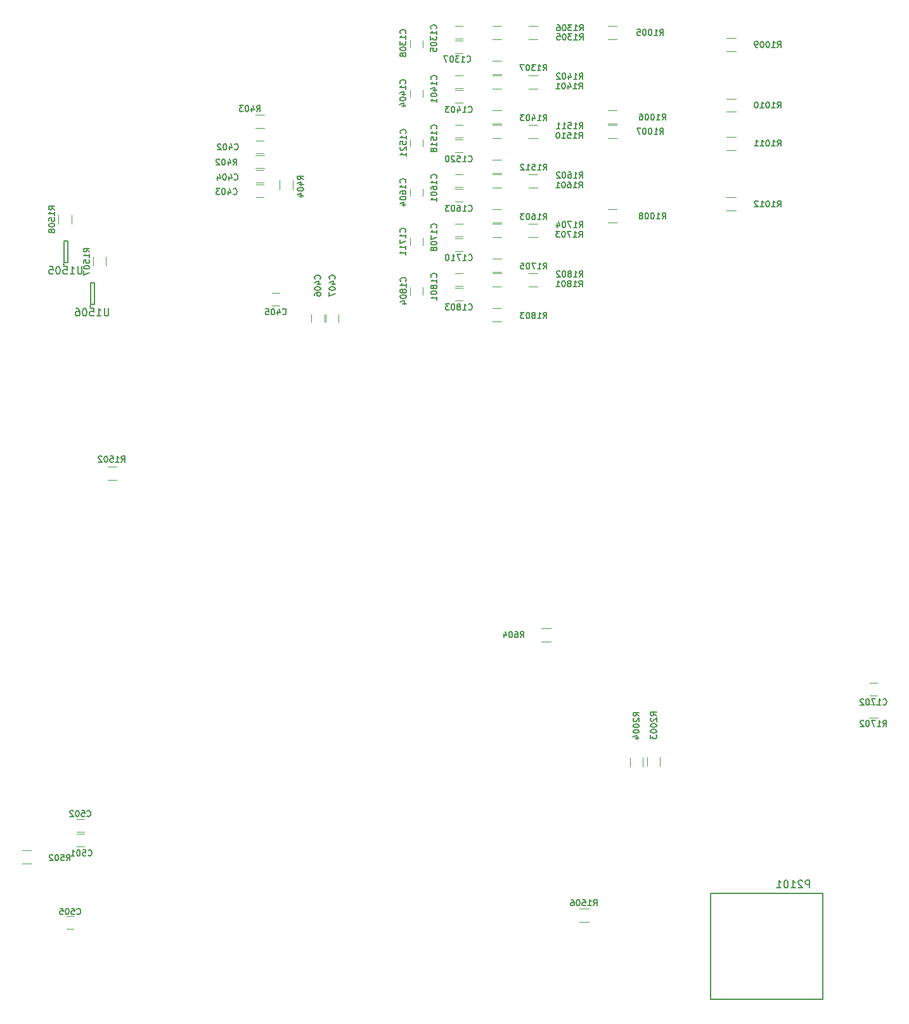
<source format=gbr>
G04 #@! TF.FileFunction,Legend,Bot*
%FSLAX46Y46*%
G04 Gerber Fmt 4.6, Leading zero omitted, Abs format (unit mm)*
G04 Created by KiCad (PCBNEW 4.0.6) date 01/31/18 03:36:11*
%MOMM*%
%LPD*%
G01*
G04 APERTURE LIST*
%ADD10C,0.100000*%
%ADD11C,0.120000*%
%ADD12C,0.150000*%
G04 APERTURE END LIST*
D10*
D11*
X84300000Y-30180000D02*
X85500000Y-30180000D01*
X85500000Y-28420000D02*
X84300000Y-28420000D01*
X84300000Y-18880000D02*
X85500000Y-18880000D01*
X85500000Y-17120000D02*
X84300000Y-17120000D01*
X100200000Y-28580000D02*
X101400000Y-28580000D01*
X101400000Y-26820000D02*
X100200000Y-26820000D01*
X100200000Y-20480000D02*
X101400000Y-20480000D01*
X101400000Y-18720000D02*
X100200000Y-18720000D01*
X57920000Y-39840000D02*
X57920000Y-38840000D01*
X59620000Y-38840000D02*
X59620000Y-39840000D01*
X57920000Y-33240000D02*
X57920000Y-32240000D01*
X59620000Y-32240000D02*
X59620000Y-33240000D01*
X57920000Y-26640000D02*
X57920000Y-25640000D01*
X59620000Y-25640000D02*
X59620000Y-26640000D01*
X57920000Y-20040000D02*
X57920000Y-19040000D01*
X59620000Y-19040000D02*
X59620000Y-20040000D01*
X63970000Y-38890000D02*
X64970000Y-38890000D01*
X64970000Y-40590000D02*
X63970000Y-40590000D01*
X63970000Y-32290000D02*
X64970000Y-32290000D01*
X64970000Y-33990000D02*
X63970000Y-33990000D01*
X63970000Y-25690000D02*
X64970000Y-25690000D01*
X64970000Y-27390000D02*
X63970000Y-27390000D01*
X63970000Y-19090000D02*
X64970000Y-19090000D01*
X64970000Y-20790000D02*
X63970000Y-20790000D01*
X64970000Y-38650000D02*
X63970000Y-38650000D01*
X63970000Y-36950000D02*
X64970000Y-36950000D01*
X64970000Y-32050000D02*
X63970000Y-32050000D01*
X63970000Y-30350000D02*
X64970000Y-30350000D01*
X64970000Y-25450000D02*
X63970000Y-25450000D01*
X63970000Y-23750000D02*
X64970000Y-23750000D01*
X64970000Y-18850000D02*
X63970000Y-18850000D01*
X63970000Y-17150000D02*
X64970000Y-17150000D01*
X70090000Y-36920000D02*
X68890000Y-36920000D01*
X68890000Y-38680000D02*
X70090000Y-38680000D01*
X70090000Y-30320000D02*
X68890000Y-30320000D01*
X68890000Y-32080000D02*
X70090000Y-32080000D01*
X70090000Y-23720000D02*
X68890000Y-23720000D01*
X68890000Y-25480000D02*
X70090000Y-25480000D01*
X70090000Y-17120000D02*
X68890000Y-17120000D01*
X68890000Y-18880000D02*
X70090000Y-18880000D01*
X73740000Y-38680000D02*
X74940000Y-38680000D01*
X74940000Y-36920000D02*
X73740000Y-36920000D01*
X73740000Y-32080000D02*
X74940000Y-32080000D01*
X74940000Y-30320000D02*
X73740000Y-30320000D01*
X73740000Y-25480000D02*
X74940000Y-25480000D01*
X74940000Y-23720000D02*
X73740000Y-23720000D01*
X73740000Y-18880000D02*
X74940000Y-18880000D01*
X74940000Y-17120000D02*
X73740000Y-17120000D01*
X70090000Y-41620000D02*
X68890000Y-41620000D01*
X68890000Y-43380000D02*
X70090000Y-43380000D01*
X70090000Y-35020000D02*
X68890000Y-35020000D01*
X68890000Y-36780000D02*
X70090000Y-36780000D01*
X70090000Y-28420000D02*
X68890000Y-28420000D01*
X68890000Y-30180000D02*
X70090000Y-30180000D01*
X70090000Y-21820000D02*
X68890000Y-21820000D01*
X68890000Y-23580000D02*
X70090000Y-23580000D01*
X70090000Y-15220000D02*
X68890000Y-15220000D01*
X68890000Y-16980000D02*
X70090000Y-16980000D01*
X64970000Y-12250000D02*
X63970000Y-12250000D01*
X63970000Y-10550000D02*
X64970000Y-10550000D01*
X63970000Y-12490000D02*
X64970000Y-12490000D01*
X64970000Y-14190000D02*
X63970000Y-14190000D01*
X57920000Y-13440000D02*
X57920000Y-12440000D01*
X59620000Y-12440000D02*
X59620000Y-13440000D01*
X73740000Y-12280000D02*
X74940000Y-12280000D01*
X74940000Y-10520000D02*
X73740000Y-10520000D01*
X70090000Y-10520000D02*
X68890000Y-10520000D01*
X68890000Y-12280000D02*
X70090000Y-12280000D01*
X37350000Y-19250000D02*
X38350000Y-19250000D01*
X38350000Y-20950000D02*
X37350000Y-20950000D01*
X37350000Y-25100000D02*
X38350000Y-25100000D01*
X38350000Y-26800000D02*
X37350000Y-26800000D01*
X37350000Y-23150000D02*
X38350000Y-23150000D01*
X38350000Y-24850000D02*
X37350000Y-24850000D01*
X40475000Y-41225000D02*
X39475000Y-41225000D01*
X39475000Y-39525000D02*
X40475000Y-39525000D01*
X46452776Y-42457268D02*
X46452776Y-43457268D01*
X44752776Y-43457268D02*
X44752776Y-42457268D01*
X48352776Y-42457268D02*
X48352776Y-43457268D01*
X46652776Y-43457268D02*
X46652776Y-42457268D01*
X13368580Y-111775060D02*
X14368580Y-111775060D01*
X14368580Y-113475060D02*
X13368580Y-113475060D01*
X13368580Y-109875060D02*
X14368580Y-109875060D01*
X14368580Y-111575060D02*
X13368580Y-111575060D01*
X12000000Y-122800000D02*
X13000000Y-122800000D01*
X13000000Y-124500000D02*
X12000000Y-124500000D01*
X64970000Y-5650000D02*
X63970000Y-5650000D01*
X63970000Y-3950000D02*
X64970000Y-3950000D01*
X63970000Y-5890000D02*
X64970000Y-5890000D01*
X64970000Y-7590000D02*
X63970000Y-7590000D01*
X57920000Y-6840000D02*
X57920000Y-5840000D01*
X59620000Y-5840000D02*
X59620000Y-6840000D01*
X120300000Y-93300000D02*
X119300000Y-93300000D01*
X119300000Y-91600000D02*
X120300000Y-91600000D01*
X37250000Y-22930000D02*
X38450000Y-22930000D01*
X38450000Y-21170000D02*
X37250000Y-21170000D01*
X37250000Y-17555000D02*
X38450000Y-17555000D01*
X38450000Y-15795000D02*
X37250000Y-15795000D01*
X40495000Y-24525000D02*
X40495000Y-25725000D01*
X42255000Y-25725000D02*
X42255000Y-24525000D01*
X6090360Y-115728640D02*
X7290360Y-115728640D01*
X7290360Y-113968640D02*
X6090360Y-113968640D01*
X75473000Y-86097000D02*
X76673000Y-86097000D01*
X76673000Y-84337000D02*
X75473000Y-84337000D01*
X100200000Y-7280000D02*
X101400000Y-7280000D01*
X101400000Y-5520000D02*
X100200000Y-5520000D01*
X100200000Y-15380000D02*
X101400000Y-15380000D01*
X101400000Y-13620000D02*
X100200000Y-13620000D01*
X73740000Y-5680000D02*
X74940000Y-5680000D01*
X74940000Y-3920000D02*
X73740000Y-3920000D01*
X70090000Y-3920000D02*
X68890000Y-3920000D01*
X68890000Y-5680000D02*
X70090000Y-5680000D01*
X70090000Y-8620000D02*
X68890000Y-8620000D01*
X68890000Y-10380000D02*
X70090000Y-10380000D01*
X18700000Y-62770000D02*
X17500000Y-62770000D01*
X17500000Y-64530000D02*
X18700000Y-64530000D01*
X80553000Y-123562000D02*
X81753000Y-123562000D01*
X81753000Y-121802000D02*
X80553000Y-121802000D01*
X17320000Y-35950000D02*
X17320000Y-34750000D01*
X15560000Y-34750000D02*
X15560000Y-35950000D01*
X12670000Y-30330000D02*
X12670000Y-29130000D01*
X10910000Y-29130000D02*
X10910000Y-30330000D01*
X120400000Y-94520000D02*
X119200000Y-94520000D01*
X119200000Y-96280000D02*
X120400000Y-96280000D01*
X84300000Y-5680000D02*
X85500000Y-5680000D01*
X85500000Y-3920000D02*
X84300000Y-3920000D01*
X84300000Y-16980000D02*
X85500000Y-16980000D01*
X85500000Y-15220000D02*
X84300000Y-15220000D01*
X89544000Y-101508000D02*
X89544000Y-102708000D01*
X91304000Y-102708000D02*
X91304000Y-101508000D01*
X87258000Y-101635000D02*
X87258000Y-102835000D01*
X89018000Y-102835000D02*
X89018000Y-101635000D01*
D12*
X98043140Y-119758880D02*
X98043140Y-133855880D01*
X113029140Y-133855880D02*
X113029140Y-119758880D01*
X98043140Y-119758880D02*
X113029140Y-119758880D01*
X98043140Y-133855880D02*
X113029140Y-133855880D01*
X11743080Y-35741080D02*
G75*
G03X11743080Y-35741080I-100000J0D01*
G01*
X12193080Y-35491080D02*
X11693080Y-35491080D01*
X12193080Y-32591080D02*
X12193080Y-35491080D01*
X11693080Y-32591080D02*
X12193080Y-32591080D01*
X11693080Y-35491080D02*
X11693080Y-32591080D01*
X15299080Y-41329080D02*
G75*
G03X15299080Y-41329080I-100000J0D01*
G01*
X15749080Y-41079080D02*
X15249080Y-41079080D01*
X15749080Y-38179080D02*
X15749080Y-41079080D01*
X15249080Y-38179080D02*
X15749080Y-38179080D01*
X15249080Y-41079080D02*
X15249080Y-38179080D01*
X91576191Y-29661905D02*
X91842858Y-29280952D01*
X92033334Y-29661905D02*
X92033334Y-28861905D01*
X91728572Y-28861905D01*
X91652381Y-28900000D01*
X91614286Y-28938095D01*
X91576191Y-29014286D01*
X91576191Y-29128571D01*
X91614286Y-29204762D01*
X91652381Y-29242857D01*
X91728572Y-29280952D01*
X92033334Y-29280952D01*
X90814286Y-29661905D02*
X91271429Y-29661905D01*
X91042858Y-29661905D02*
X91042858Y-28861905D01*
X91119048Y-28976190D01*
X91195239Y-29052381D01*
X91271429Y-29090476D01*
X90319048Y-28861905D02*
X90242857Y-28861905D01*
X90166667Y-28900000D01*
X90128572Y-28938095D01*
X90090476Y-29014286D01*
X90052381Y-29166667D01*
X90052381Y-29357143D01*
X90090476Y-29509524D01*
X90128572Y-29585714D01*
X90166667Y-29623810D01*
X90242857Y-29661905D01*
X90319048Y-29661905D01*
X90395238Y-29623810D01*
X90433334Y-29585714D01*
X90471429Y-29509524D01*
X90509524Y-29357143D01*
X90509524Y-29166667D01*
X90471429Y-29014286D01*
X90433334Y-28938095D01*
X90395238Y-28900000D01*
X90319048Y-28861905D01*
X89557143Y-28861905D02*
X89480952Y-28861905D01*
X89404762Y-28900000D01*
X89366667Y-28938095D01*
X89328571Y-29014286D01*
X89290476Y-29166667D01*
X89290476Y-29357143D01*
X89328571Y-29509524D01*
X89366667Y-29585714D01*
X89404762Y-29623810D01*
X89480952Y-29661905D01*
X89557143Y-29661905D01*
X89633333Y-29623810D01*
X89671429Y-29585714D01*
X89709524Y-29509524D01*
X89747619Y-29357143D01*
X89747619Y-29166667D01*
X89709524Y-29014286D01*
X89671429Y-28938095D01*
X89633333Y-28900000D01*
X89557143Y-28861905D01*
X88833333Y-29204762D02*
X88909524Y-29166667D01*
X88947619Y-29128571D01*
X88985714Y-29052381D01*
X88985714Y-29014286D01*
X88947619Y-28938095D01*
X88909524Y-28900000D01*
X88833333Y-28861905D01*
X88680952Y-28861905D01*
X88604762Y-28900000D01*
X88566666Y-28938095D01*
X88528571Y-29014286D01*
X88528571Y-29052381D01*
X88566666Y-29128571D01*
X88604762Y-29166667D01*
X88680952Y-29204762D01*
X88833333Y-29204762D01*
X88909524Y-29242857D01*
X88947619Y-29280952D01*
X88985714Y-29357143D01*
X88985714Y-29509524D01*
X88947619Y-29585714D01*
X88909524Y-29623810D01*
X88833333Y-29661905D01*
X88680952Y-29661905D01*
X88604762Y-29623810D01*
X88566666Y-29585714D01*
X88528571Y-29509524D01*
X88528571Y-29357143D01*
X88566666Y-29280952D01*
X88604762Y-29242857D01*
X88680952Y-29204762D01*
X91276191Y-18361905D02*
X91542858Y-17980952D01*
X91733334Y-18361905D02*
X91733334Y-17561905D01*
X91428572Y-17561905D01*
X91352381Y-17600000D01*
X91314286Y-17638095D01*
X91276191Y-17714286D01*
X91276191Y-17828571D01*
X91314286Y-17904762D01*
X91352381Y-17942857D01*
X91428572Y-17980952D01*
X91733334Y-17980952D01*
X90514286Y-18361905D02*
X90971429Y-18361905D01*
X90742858Y-18361905D02*
X90742858Y-17561905D01*
X90819048Y-17676190D01*
X90895239Y-17752381D01*
X90971429Y-17790476D01*
X90019048Y-17561905D02*
X89942857Y-17561905D01*
X89866667Y-17600000D01*
X89828572Y-17638095D01*
X89790476Y-17714286D01*
X89752381Y-17866667D01*
X89752381Y-18057143D01*
X89790476Y-18209524D01*
X89828572Y-18285714D01*
X89866667Y-18323810D01*
X89942857Y-18361905D01*
X90019048Y-18361905D01*
X90095238Y-18323810D01*
X90133334Y-18285714D01*
X90171429Y-18209524D01*
X90209524Y-18057143D01*
X90209524Y-17866667D01*
X90171429Y-17714286D01*
X90133334Y-17638095D01*
X90095238Y-17600000D01*
X90019048Y-17561905D01*
X89257143Y-17561905D02*
X89180952Y-17561905D01*
X89104762Y-17600000D01*
X89066667Y-17638095D01*
X89028571Y-17714286D01*
X88990476Y-17866667D01*
X88990476Y-18057143D01*
X89028571Y-18209524D01*
X89066667Y-18285714D01*
X89104762Y-18323810D01*
X89180952Y-18361905D01*
X89257143Y-18361905D01*
X89333333Y-18323810D01*
X89371429Y-18285714D01*
X89409524Y-18209524D01*
X89447619Y-18057143D01*
X89447619Y-17866667D01*
X89409524Y-17714286D01*
X89371429Y-17638095D01*
X89333333Y-17600000D01*
X89257143Y-17561905D01*
X88723809Y-17561905D02*
X88190476Y-17561905D01*
X88533333Y-18361905D01*
X106976191Y-28061905D02*
X107242858Y-27680952D01*
X107433334Y-28061905D02*
X107433334Y-27261905D01*
X107128572Y-27261905D01*
X107052381Y-27300000D01*
X107014286Y-27338095D01*
X106976191Y-27414286D01*
X106976191Y-27528571D01*
X107014286Y-27604762D01*
X107052381Y-27642857D01*
X107128572Y-27680952D01*
X107433334Y-27680952D01*
X106214286Y-28061905D02*
X106671429Y-28061905D01*
X106442858Y-28061905D02*
X106442858Y-27261905D01*
X106519048Y-27376190D01*
X106595239Y-27452381D01*
X106671429Y-27490476D01*
X105719048Y-27261905D02*
X105642857Y-27261905D01*
X105566667Y-27300000D01*
X105528572Y-27338095D01*
X105490476Y-27414286D01*
X105452381Y-27566667D01*
X105452381Y-27757143D01*
X105490476Y-27909524D01*
X105528572Y-27985714D01*
X105566667Y-28023810D01*
X105642857Y-28061905D01*
X105719048Y-28061905D01*
X105795238Y-28023810D01*
X105833334Y-27985714D01*
X105871429Y-27909524D01*
X105909524Y-27757143D01*
X105909524Y-27566667D01*
X105871429Y-27414286D01*
X105833334Y-27338095D01*
X105795238Y-27300000D01*
X105719048Y-27261905D01*
X104690476Y-28061905D02*
X105147619Y-28061905D01*
X104919048Y-28061905D02*
X104919048Y-27261905D01*
X104995238Y-27376190D01*
X105071429Y-27452381D01*
X105147619Y-27490476D01*
X104385714Y-27338095D02*
X104347619Y-27300000D01*
X104271428Y-27261905D01*
X104080952Y-27261905D01*
X104004762Y-27300000D01*
X103966666Y-27338095D01*
X103928571Y-27414286D01*
X103928571Y-27490476D01*
X103966666Y-27604762D01*
X104423809Y-28061905D01*
X103928571Y-28061905D01*
X106976191Y-19961905D02*
X107242858Y-19580952D01*
X107433334Y-19961905D02*
X107433334Y-19161905D01*
X107128572Y-19161905D01*
X107052381Y-19200000D01*
X107014286Y-19238095D01*
X106976191Y-19314286D01*
X106976191Y-19428571D01*
X107014286Y-19504762D01*
X107052381Y-19542857D01*
X107128572Y-19580952D01*
X107433334Y-19580952D01*
X106214286Y-19961905D02*
X106671429Y-19961905D01*
X106442858Y-19961905D02*
X106442858Y-19161905D01*
X106519048Y-19276190D01*
X106595239Y-19352381D01*
X106671429Y-19390476D01*
X105719048Y-19161905D02*
X105642857Y-19161905D01*
X105566667Y-19200000D01*
X105528572Y-19238095D01*
X105490476Y-19314286D01*
X105452381Y-19466667D01*
X105452381Y-19657143D01*
X105490476Y-19809524D01*
X105528572Y-19885714D01*
X105566667Y-19923810D01*
X105642857Y-19961905D01*
X105719048Y-19961905D01*
X105795238Y-19923810D01*
X105833334Y-19885714D01*
X105871429Y-19809524D01*
X105909524Y-19657143D01*
X105909524Y-19466667D01*
X105871429Y-19314286D01*
X105833334Y-19238095D01*
X105795238Y-19200000D01*
X105719048Y-19161905D01*
X104690476Y-19961905D02*
X105147619Y-19961905D01*
X104919048Y-19961905D02*
X104919048Y-19161905D01*
X104995238Y-19276190D01*
X105071429Y-19352381D01*
X105147619Y-19390476D01*
X103928571Y-19961905D02*
X104385714Y-19961905D01*
X104157143Y-19961905D02*
X104157143Y-19161905D01*
X104233333Y-19276190D01*
X104309524Y-19352381D01*
X104385714Y-19390476D01*
X57325714Y-38003809D02*
X57363810Y-37965714D01*
X57401905Y-37851428D01*
X57401905Y-37775238D01*
X57363810Y-37660952D01*
X57287619Y-37584761D01*
X57211429Y-37546666D01*
X57059048Y-37508571D01*
X56944762Y-37508571D01*
X56792381Y-37546666D01*
X56716190Y-37584761D01*
X56640000Y-37660952D01*
X56601905Y-37775238D01*
X56601905Y-37851428D01*
X56640000Y-37965714D01*
X56678095Y-38003809D01*
X57401905Y-38765714D02*
X57401905Y-38308571D01*
X57401905Y-38537142D02*
X56601905Y-38537142D01*
X56716190Y-38460952D01*
X56792381Y-38384761D01*
X56830476Y-38308571D01*
X56944762Y-39222857D02*
X56906667Y-39146666D01*
X56868571Y-39108571D01*
X56792381Y-39070476D01*
X56754286Y-39070476D01*
X56678095Y-39108571D01*
X56640000Y-39146666D01*
X56601905Y-39222857D01*
X56601905Y-39375238D01*
X56640000Y-39451428D01*
X56678095Y-39489524D01*
X56754286Y-39527619D01*
X56792381Y-39527619D01*
X56868571Y-39489524D01*
X56906667Y-39451428D01*
X56944762Y-39375238D01*
X56944762Y-39222857D01*
X56982857Y-39146666D01*
X57020952Y-39108571D01*
X57097143Y-39070476D01*
X57249524Y-39070476D01*
X57325714Y-39108571D01*
X57363810Y-39146666D01*
X57401905Y-39222857D01*
X57401905Y-39375238D01*
X57363810Y-39451428D01*
X57325714Y-39489524D01*
X57249524Y-39527619D01*
X57097143Y-39527619D01*
X57020952Y-39489524D01*
X56982857Y-39451428D01*
X56944762Y-39375238D01*
X56601905Y-40022857D02*
X56601905Y-40099048D01*
X56640000Y-40175238D01*
X56678095Y-40213333D01*
X56754286Y-40251429D01*
X56906667Y-40289524D01*
X57097143Y-40289524D01*
X57249524Y-40251429D01*
X57325714Y-40213333D01*
X57363810Y-40175238D01*
X57401905Y-40099048D01*
X57401905Y-40022857D01*
X57363810Y-39946667D01*
X57325714Y-39908571D01*
X57249524Y-39870476D01*
X57097143Y-39832381D01*
X56906667Y-39832381D01*
X56754286Y-39870476D01*
X56678095Y-39908571D01*
X56640000Y-39946667D01*
X56601905Y-40022857D01*
X56868571Y-40975238D02*
X57401905Y-40975238D01*
X56563810Y-40784762D02*
X57135238Y-40594286D01*
X57135238Y-41089524D01*
X57245714Y-31433809D02*
X57283810Y-31395714D01*
X57321905Y-31281428D01*
X57321905Y-31205238D01*
X57283810Y-31090952D01*
X57207619Y-31014761D01*
X57131429Y-30976666D01*
X56979048Y-30938571D01*
X56864762Y-30938571D01*
X56712381Y-30976666D01*
X56636190Y-31014761D01*
X56560000Y-31090952D01*
X56521905Y-31205238D01*
X56521905Y-31281428D01*
X56560000Y-31395714D01*
X56598095Y-31433809D01*
X57321905Y-32195714D02*
X57321905Y-31738571D01*
X57321905Y-31967142D02*
X56521905Y-31967142D01*
X56636190Y-31890952D01*
X56712381Y-31814761D01*
X56750476Y-31738571D01*
X56521905Y-32462381D02*
X56521905Y-32995714D01*
X57321905Y-32652857D01*
X57321905Y-33719524D02*
X57321905Y-33262381D01*
X57321905Y-33490952D02*
X56521905Y-33490952D01*
X56636190Y-33414762D01*
X56712381Y-33338571D01*
X56750476Y-33262381D01*
X57321905Y-34481429D02*
X57321905Y-34024286D01*
X57321905Y-34252857D02*
X56521905Y-34252857D01*
X56636190Y-34176667D01*
X56712381Y-34100476D01*
X56750476Y-34024286D01*
X57285714Y-24863809D02*
X57323810Y-24825714D01*
X57361905Y-24711428D01*
X57361905Y-24635238D01*
X57323810Y-24520952D01*
X57247619Y-24444761D01*
X57171429Y-24406666D01*
X57019048Y-24368571D01*
X56904762Y-24368571D01*
X56752381Y-24406666D01*
X56676190Y-24444761D01*
X56600000Y-24520952D01*
X56561905Y-24635238D01*
X56561905Y-24711428D01*
X56600000Y-24825714D01*
X56638095Y-24863809D01*
X57361905Y-25625714D02*
X57361905Y-25168571D01*
X57361905Y-25397142D02*
X56561905Y-25397142D01*
X56676190Y-25320952D01*
X56752381Y-25244761D01*
X56790476Y-25168571D01*
X56561905Y-26311428D02*
X56561905Y-26159047D01*
X56600000Y-26082857D01*
X56638095Y-26044762D01*
X56752381Y-25968571D01*
X56904762Y-25930476D01*
X57209524Y-25930476D01*
X57285714Y-25968571D01*
X57323810Y-26006666D01*
X57361905Y-26082857D01*
X57361905Y-26235238D01*
X57323810Y-26311428D01*
X57285714Y-26349524D01*
X57209524Y-26387619D01*
X57019048Y-26387619D01*
X56942857Y-26349524D01*
X56904762Y-26311428D01*
X56866667Y-26235238D01*
X56866667Y-26082857D01*
X56904762Y-26006666D01*
X56942857Y-25968571D01*
X57019048Y-25930476D01*
X56561905Y-26882857D02*
X56561905Y-26959048D01*
X56600000Y-27035238D01*
X56638095Y-27073333D01*
X56714286Y-27111429D01*
X56866667Y-27149524D01*
X57057143Y-27149524D01*
X57209524Y-27111429D01*
X57285714Y-27073333D01*
X57323810Y-27035238D01*
X57361905Y-26959048D01*
X57361905Y-26882857D01*
X57323810Y-26806667D01*
X57285714Y-26768571D01*
X57209524Y-26730476D01*
X57057143Y-26692381D01*
X56866667Y-26692381D01*
X56714286Y-26730476D01*
X56638095Y-26768571D01*
X56600000Y-26806667D01*
X56561905Y-26882857D01*
X56828571Y-27835238D02*
X57361905Y-27835238D01*
X56523810Y-27644762D02*
X57095238Y-27454286D01*
X57095238Y-27949524D01*
X57325714Y-18253809D02*
X57363810Y-18215714D01*
X57401905Y-18101428D01*
X57401905Y-18025238D01*
X57363810Y-17910952D01*
X57287619Y-17834761D01*
X57211429Y-17796666D01*
X57059048Y-17758571D01*
X56944762Y-17758571D01*
X56792381Y-17796666D01*
X56716190Y-17834761D01*
X56640000Y-17910952D01*
X56601905Y-18025238D01*
X56601905Y-18101428D01*
X56640000Y-18215714D01*
X56678095Y-18253809D01*
X57401905Y-19015714D02*
X57401905Y-18558571D01*
X57401905Y-18787142D02*
X56601905Y-18787142D01*
X56716190Y-18710952D01*
X56792381Y-18634761D01*
X56830476Y-18558571D01*
X56601905Y-19739524D02*
X56601905Y-19358571D01*
X56982857Y-19320476D01*
X56944762Y-19358571D01*
X56906667Y-19434762D01*
X56906667Y-19625238D01*
X56944762Y-19701428D01*
X56982857Y-19739524D01*
X57059048Y-19777619D01*
X57249524Y-19777619D01*
X57325714Y-19739524D01*
X57363810Y-19701428D01*
X57401905Y-19625238D01*
X57401905Y-19434762D01*
X57363810Y-19358571D01*
X57325714Y-19320476D01*
X56678095Y-20082381D02*
X56640000Y-20120476D01*
X56601905Y-20196667D01*
X56601905Y-20387143D01*
X56640000Y-20463333D01*
X56678095Y-20501429D01*
X56754286Y-20539524D01*
X56830476Y-20539524D01*
X56944762Y-20501429D01*
X57401905Y-20044286D01*
X57401905Y-20539524D01*
X57401905Y-21301429D02*
X57401905Y-20844286D01*
X57401905Y-21072857D02*
X56601905Y-21072857D01*
X56716190Y-20996667D01*
X56792381Y-20920476D01*
X56830476Y-20844286D01*
X65706191Y-41765714D02*
X65744286Y-41803810D01*
X65858572Y-41841905D01*
X65934762Y-41841905D01*
X66049048Y-41803810D01*
X66125239Y-41727619D01*
X66163334Y-41651429D01*
X66201429Y-41499048D01*
X66201429Y-41384762D01*
X66163334Y-41232381D01*
X66125239Y-41156190D01*
X66049048Y-41080000D01*
X65934762Y-41041905D01*
X65858572Y-41041905D01*
X65744286Y-41080000D01*
X65706191Y-41118095D01*
X64944286Y-41841905D02*
X65401429Y-41841905D01*
X65172858Y-41841905D02*
X65172858Y-41041905D01*
X65249048Y-41156190D01*
X65325239Y-41232381D01*
X65401429Y-41270476D01*
X64487143Y-41384762D02*
X64563334Y-41346667D01*
X64601429Y-41308571D01*
X64639524Y-41232381D01*
X64639524Y-41194286D01*
X64601429Y-41118095D01*
X64563334Y-41080000D01*
X64487143Y-41041905D01*
X64334762Y-41041905D01*
X64258572Y-41080000D01*
X64220476Y-41118095D01*
X64182381Y-41194286D01*
X64182381Y-41232381D01*
X64220476Y-41308571D01*
X64258572Y-41346667D01*
X64334762Y-41384762D01*
X64487143Y-41384762D01*
X64563334Y-41422857D01*
X64601429Y-41460952D01*
X64639524Y-41537143D01*
X64639524Y-41689524D01*
X64601429Y-41765714D01*
X64563334Y-41803810D01*
X64487143Y-41841905D01*
X64334762Y-41841905D01*
X64258572Y-41803810D01*
X64220476Y-41765714D01*
X64182381Y-41689524D01*
X64182381Y-41537143D01*
X64220476Y-41460952D01*
X64258572Y-41422857D01*
X64334762Y-41384762D01*
X63687143Y-41041905D02*
X63610952Y-41041905D01*
X63534762Y-41080000D01*
X63496667Y-41118095D01*
X63458571Y-41194286D01*
X63420476Y-41346667D01*
X63420476Y-41537143D01*
X63458571Y-41689524D01*
X63496667Y-41765714D01*
X63534762Y-41803810D01*
X63610952Y-41841905D01*
X63687143Y-41841905D01*
X63763333Y-41803810D01*
X63801429Y-41765714D01*
X63839524Y-41689524D01*
X63877619Y-41537143D01*
X63877619Y-41346667D01*
X63839524Y-41194286D01*
X63801429Y-41118095D01*
X63763333Y-41080000D01*
X63687143Y-41041905D01*
X63153809Y-41041905D02*
X62658571Y-41041905D01*
X62925238Y-41346667D01*
X62810952Y-41346667D01*
X62734762Y-41384762D01*
X62696666Y-41422857D01*
X62658571Y-41499048D01*
X62658571Y-41689524D01*
X62696666Y-41765714D01*
X62734762Y-41803810D01*
X62810952Y-41841905D01*
X63039524Y-41841905D01*
X63115714Y-41803810D01*
X63153809Y-41765714D01*
X65706191Y-35165714D02*
X65744286Y-35203810D01*
X65858572Y-35241905D01*
X65934762Y-35241905D01*
X66049048Y-35203810D01*
X66125239Y-35127619D01*
X66163334Y-35051429D01*
X66201429Y-34899048D01*
X66201429Y-34784762D01*
X66163334Y-34632381D01*
X66125239Y-34556190D01*
X66049048Y-34480000D01*
X65934762Y-34441905D01*
X65858572Y-34441905D01*
X65744286Y-34480000D01*
X65706191Y-34518095D01*
X64944286Y-35241905D02*
X65401429Y-35241905D01*
X65172858Y-35241905D02*
X65172858Y-34441905D01*
X65249048Y-34556190D01*
X65325239Y-34632381D01*
X65401429Y-34670476D01*
X64677619Y-34441905D02*
X64144286Y-34441905D01*
X64487143Y-35241905D01*
X63420476Y-35241905D02*
X63877619Y-35241905D01*
X63649048Y-35241905D02*
X63649048Y-34441905D01*
X63725238Y-34556190D01*
X63801429Y-34632381D01*
X63877619Y-34670476D01*
X62925238Y-34441905D02*
X62849047Y-34441905D01*
X62772857Y-34480000D01*
X62734762Y-34518095D01*
X62696666Y-34594286D01*
X62658571Y-34746667D01*
X62658571Y-34937143D01*
X62696666Y-35089524D01*
X62734762Y-35165714D01*
X62772857Y-35203810D01*
X62849047Y-35241905D01*
X62925238Y-35241905D01*
X63001428Y-35203810D01*
X63039524Y-35165714D01*
X63077619Y-35089524D01*
X63115714Y-34937143D01*
X63115714Y-34746667D01*
X63077619Y-34594286D01*
X63039524Y-34518095D01*
X63001428Y-34480000D01*
X62925238Y-34441905D01*
X65706191Y-28565714D02*
X65744286Y-28603810D01*
X65858572Y-28641905D01*
X65934762Y-28641905D01*
X66049048Y-28603810D01*
X66125239Y-28527619D01*
X66163334Y-28451429D01*
X66201429Y-28299048D01*
X66201429Y-28184762D01*
X66163334Y-28032381D01*
X66125239Y-27956190D01*
X66049048Y-27880000D01*
X65934762Y-27841905D01*
X65858572Y-27841905D01*
X65744286Y-27880000D01*
X65706191Y-27918095D01*
X64944286Y-28641905D02*
X65401429Y-28641905D01*
X65172858Y-28641905D02*
X65172858Y-27841905D01*
X65249048Y-27956190D01*
X65325239Y-28032381D01*
X65401429Y-28070476D01*
X64258572Y-27841905D02*
X64410953Y-27841905D01*
X64487143Y-27880000D01*
X64525238Y-27918095D01*
X64601429Y-28032381D01*
X64639524Y-28184762D01*
X64639524Y-28489524D01*
X64601429Y-28565714D01*
X64563334Y-28603810D01*
X64487143Y-28641905D01*
X64334762Y-28641905D01*
X64258572Y-28603810D01*
X64220476Y-28565714D01*
X64182381Y-28489524D01*
X64182381Y-28299048D01*
X64220476Y-28222857D01*
X64258572Y-28184762D01*
X64334762Y-28146667D01*
X64487143Y-28146667D01*
X64563334Y-28184762D01*
X64601429Y-28222857D01*
X64639524Y-28299048D01*
X63687143Y-27841905D02*
X63610952Y-27841905D01*
X63534762Y-27880000D01*
X63496667Y-27918095D01*
X63458571Y-27994286D01*
X63420476Y-28146667D01*
X63420476Y-28337143D01*
X63458571Y-28489524D01*
X63496667Y-28565714D01*
X63534762Y-28603810D01*
X63610952Y-28641905D01*
X63687143Y-28641905D01*
X63763333Y-28603810D01*
X63801429Y-28565714D01*
X63839524Y-28489524D01*
X63877619Y-28337143D01*
X63877619Y-28146667D01*
X63839524Y-27994286D01*
X63801429Y-27918095D01*
X63763333Y-27880000D01*
X63687143Y-27841905D01*
X63153809Y-27841905D02*
X62658571Y-27841905D01*
X62925238Y-28146667D01*
X62810952Y-28146667D01*
X62734762Y-28184762D01*
X62696666Y-28222857D01*
X62658571Y-28299048D01*
X62658571Y-28489524D01*
X62696666Y-28565714D01*
X62734762Y-28603810D01*
X62810952Y-28641905D01*
X63039524Y-28641905D01*
X63115714Y-28603810D01*
X63153809Y-28565714D01*
X65706191Y-21965714D02*
X65744286Y-22003810D01*
X65858572Y-22041905D01*
X65934762Y-22041905D01*
X66049048Y-22003810D01*
X66125239Y-21927619D01*
X66163334Y-21851429D01*
X66201429Y-21699048D01*
X66201429Y-21584762D01*
X66163334Y-21432381D01*
X66125239Y-21356190D01*
X66049048Y-21280000D01*
X65934762Y-21241905D01*
X65858572Y-21241905D01*
X65744286Y-21280000D01*
X65706191Y-21318095D01*
X64944286Y-22041905D02*
X65401429Y-22041905D01*
X65172858Y-22041905D02*
X65172858Y-21241905D01*
X65249048Y-21356190D01*
X65325239Y-21432381D01*
X65401429Y-21470476D01*
X64220476Y-21241905D02*
X64601429Y-21241905D01*
X64639524Y-21622857D01*
X64601429Y-21584762D01*
X64525238Y-21546667D01*
X64334762Y-21546667D01*
X64258572Y-21584762D01*
X64220476Y-21622857D01*
X64182381Y-21699048D01*
X64182381Y-21889524D01*
X64220476Y-21965714D01*
X64258572Y-22003810D01*
X64334762Y-22041905D01*
X64525238Y-22041905D01*
X64601429Y-22003810D01*
X64639524Y-21965714D01*
X63877619Y-21318095D02*
X63839524Y-21280000D01*
X63763333Y-21241905D01*
X63572857Y-21241905D01*
X63496667Y-21280000D01*
X63458571Y-21318095D01*
X63420476Y-21394286D01*
X63420476Y-21470476D01*
X63458571Y-21584762D01*
X63915714Y-22041905D01*
X63420476Y-22041905D01*
X62925238Y-21241905D02*
X62849047Y-21241905D01*
X62772857Y-21280000D01*
X62734762Y-21318095D01*
X62696666Y-21394286D01*
X62658571Y-21546667D01*
X62658571Y-21737143D01*
X62696666Y-21889524D01*
X62734762Y-21965714D01*
X62772857Y-22003810D01*
X62849047Y-22041905D01*
X62925238Y-22041905D01*
X63001428Y-22003810D01*
X63039524Y-21965714D01*
X63077619Y-21889524D01*
X63115714Y-21737143D01*
X63115714Y-21546667D01*
X63077619Y-21394286D01*
X63039524Y-21318095D01*
X63001428Y-21280000D01*
X62925238Y-21241905D01*
X61395714Y-37463809D02*
X61433810Y-37425714D01*
X61471905Y-37311428D01*
X61471905Y-37235238D01*
X61433810Y-37120952D01*
X61357619Y-37044761D01*
X61281429Y-37006666D01*
X61129048Y-36968571D01*
X61014762Y-36968571D01*
X60862381Y-37006666D01*
X60786190Y-37044761D01*
X60710000Y-37120952D01*
X60671905Y-37235238D01*
X60671905Y-37311428D01*
X60710000Y-37425714D01*
X60748095Y-37463809D01*
X61471905Y-38225714D02*
X61471905Y-37768571D01*
X61471905Y-37997142D02*
X60671905Y-37997142D01*
X60786190Y-37920952D01*
X60862381Y-37844761D01*
X60900476Y-37768571D01*
X61014762Y-38682857D02*
X60976667Y-38606666D01*
X60938571Y-38568571D01*
X60862381Y-38530476D01*
X60824286Y-38530476D01*
X60748095Y-38568571D01*
X60710000Y-38606666D01*
X60671905Y-38682857D01*
X60671905Y-38835238D01*
X60710000Y-38911428D01*
X60748095Y-38949524D01*
X60824286Y-38987619D01*
X60862381Y-38987619D01*
X60938571Y-38949524D01*
X60976667Y-38911428D01*
X61014762Y-38835238D01*
X61014762Y-38682857D01*
X61052857Y-38606666D01*
X61090952Y-38568571D01*
X61167143Y-38530476D01*
X61319524Y-38530476D01*
X61395714Y-38568571D01*
X61433810Y-38606666D01*
X61471905Y-38682857D01*
X61471905Y-38835238D01*
X61433810Y-38911428D01*
X61395714Y-38949524D01*
X61319524Y-38987619D01*
X61167143Y-38987619D01*
X61090952Y-38949524D01*
X61052857Y-38911428D01*
X61014762Y-38835238D01*
X60671905Y-39482857D02*
X60671905Y-39559048D01*
X60710000Y-39635238D01*
X60748095Y-39673333D01*
X60824286Y-39711429D01*
X60976667Y-39749524D01*
X61167143Y-39749524D01*
X61319524Y-39711429D01*
X61395714Y-39673333D01*
X61433810Y-39635238D01*
X61471905Y-39559048D01*
X61471905Y-39482857D01*
X61433810Y-39406667D01*
X61395714Y-39368571D01*
X61319524Y-39330476D01*
X61167143Y-39292381D01*
X60976667Y-39292381D01*
X60824286Y-39330476D01*
X60748095Y-39368571D01*
X60710000Y-39406667D01*
X60671905Y-39482857D01*
X61471905Y-40511429D02*
X61471905Y-40054286D01*
X61471905Y-40282857D02*
X60671905Y-40282857D01*
X60786190Y-40206667D01*
X60862381Y-40130476D01*
X60900476Y-40054286D01*
X61395714Y-30863809D02*
X61433810Y-30825714D01*
X61471905Y-30711428D01*
X61471905Y-30635238D01*
X61433810Y-30520952D01*
X61357619Y-30444761D01*
X61281429Y-30406666D01*
X61129048Y-30368571D01*
X61014762Y-30368571D01*
X60862381Y-30406666D01*
X60786190Y-30444761D01*
X60710000Y-30520952D01*
X60671905Y-30635238D01*
X60671905Y-30711428D01*
X60710000Y-30825714D01*
X60748095Y-30863809D01*
X61471905Y-31625714D02*
X61471905Y-31168571D01*
X61471905Y-31397142D02*
X60671905Y-31397142D01*
X60786190Y-31320952D01*
X60862381Y-31244761D01*
X60900476Y-31168571D01*
X60671905Y-31892381D02*
X60671905Y-32425714D01*
X61471905Y-32082857D01*
X60671905Y-32882857D02*
X60671905Y-32959048D01*
X60710000Y-33035238D01*
X60748095Y-33073333D01*
X60824286Y-33111429D01*
X60976667Y-33149524D01*
X61167143Y-33149524D01*
X61319524Y-33111429D01*
X61395714Y-33073333D01*
X61433810Y-33035238D01*
X61471905Y-32959048D01*
X61471905Y-32882857D01*
X61433810Y-32806667D01*
X61395714Y-32768571D01*
X61319524Y-32730476D01*
X61167143Y-32692381D01*
X60976667Y-32692381D01*
X60824286Y-32730476D01*
X60748095Y-32768571D01*
X60710000Y-32806667D01*
X60671905Y-32882857D01*
X61014762Y-33606667D02*
X60976667Y-33530476D01*
X60938571Y-33492381D01*
X60862381Y-33454286D01*
X60824286Y-33454286D01*
X60748095Y-33492381D01*
X60710000Y-33530476D01*
X60671905Y-33606667D01*
X60671905Y-33759048D01*
X60710000Y-33835238D01*
X60748095Y-33873334D01*
X60824286Y-33911429D01*
X60862381Y-33911429D01*
X60938571Y-33873334D01*
X60976667Y-33835238D01*
X61014762Y-33759048D01*
X61014762Y-33606667D01*
X61052857Y-33530476D01*
X61090952Y-33492381D01*
X61167143Y-33454286D01*
X61319524Y-33454286D01*
X61395714Y-33492381D01*
X61433810Y-33530476D01*
X61471905Y-33606667D01*
X61471905Y-33759048D01*
X61433810Y-33835238D01*
X61395714Y-33873334D01*
X61319524Y-33911429D01*
X61167143Y-33911429D01*
X61090952Y-33873334D01*
X61052857Y-33835238D01*
X61014762Y-33759048D01*
X61395714Y-24263809D02*
X61433810Y-24225714D01*
X61471905Y-24111428D01*
X61471905Y-24035238D01*
X61433810Y-23920952D01*
X61357619Y-23844761D01*
X61281429Y-23806666D01*
X61129048Y-23768571D01*
X61014762Y-23768571D01*
X60862381Y-23806666D01*
X60786190Y-23844761D01*
X60710000Y-23920952D01*
X60671905Y-24035238D01*
X60671905Y-24111428D01*
X60710000Y-24225714D01*
X60748095Y-24263809D01*
X61471905Y-25025714D02*
X61471905Y-24568571D01*
X61471905Y-24797142D02*
X60671905Y-24797142D01*
X60786190Y-24720952D01*
X60862381Y-24644761D01*
X60900476Y-24568571D01*
X60671905Y-25711428D02*
X60671905Y-25559047D01*
X60710000Y-25482857D01*
X60748095Y-25444762D01*
X60862381Y-25368571D01*
X61014762Y-25330476D01*
X61319524Y-25330476D01*
X61395714Y-25368571D01*
X61433810Y-25406666D01*
X61471905Y-25482857D01*
X61471905Y-25635238D01*
X61433810Y-25711428D01*
X61395714Y-25749524D01*
X61319524Y-25787619D01*
X61129048Y-25787619D01*
X61052857Y-25749524D01*
X61014762Y-25711428D01*
X60976667Y-25635238D01*
X60976667Y-25482857D01*
X61014762Y-25406666D01*
X61052857Y-25368571D01*
X61129048Y-25330476D01*
X60671905Y-26282857D02*
X60671905Y-26359048D01*
X60710000Y-26435238D01*
X60748095Y-26473333D01*
X60824286Y-26511429D01*
X60976667Y-26549524D01*
X61167143Y-26549524D01*
X61319524Y-26511429D01*
X61395714Y-26473333D01*
X61433810Y-26435238D01*
X61471905Y-26359048D01*
X61471905Y-26282857D01*
X61433810Y-26206667D01*
X61395714Y-26168571D01*
X61319524Y-26130476D01*
X61167143Y-26092381D01*
X60976667Y-26092381D01*
X60824286Y-26130476D01*
X60748095Y-26168571D01*
X60710000Y-26206667D01*
X60671905Y-26282857D01*
X61471905Y-27311429D02*
X61471905Y-26854286D01*
X61471905Y-27082857D02*
X60671905Y-27082857D01*
X60786190Y-27006667D01*
X60862381Y-26930476D01*
X60900476Y-26854286D01*
X61395714Y-17663809D02*
X61433810Y-17625714D01*
X61471905Y-17511428D01*
X61471905Y-17435238D01*
X61433810Y-17320952D01*
X61357619Y-17244761D01*
X61281429Y-17206666D01*
X61129048Y-17168571D01*
X61014762Y-17168571D01*
X60862381Y-17206666D01*
X60786190Y-17244761D01*
X60710000Y-17320952D01*
X60671905Y-17435238D01*
X60671905Y-17511428D01*
X60710000Y-17625714D01*
X60748095Y-17663809D01*
X61471905Y-18425714D02*
X61471905Y-17968571D01*
X61471905Y-18197142D02*
X60671905Y-18197142D01*
X60786190Y-18120952D01*
X60862381Y-18044761D01*
X60900476Y-17968571D01*
X60671905Y-19149524D02*
X60671905Y-18768571D01*
X61052857Y-18730476D01*
X61014762Y-18768571D01*
X60976667Y-18844762D01*
X60976667Y-19035238D01*
X61014762Y-19111428D01*
X61052857Y-19149524D01*
X61129048Y-19187619D01*
X61319524Y-19187619D01*
X61395714Y-19149524D01*
X61433810Y-19111428D01*
X61471905Y-19035238D01*
X61471905Y-18844762D01*
X61433810Y-18768571D01*
X61395714Y-18730476D01*
X61471905Y-19949524D02*
X61471905Y-19492381D01*
X61471905Y-19720952D02*
X60671905Y-19720952D01*
X60786190Y-19644762D01*
X60862381Y-19568571D01*
X60900476Y-19492381D01*
X61014762Y-20406667D02*
X60976667Y-20330476D01*
X60938571Y-20292381D01*
X60862381Y-20254286D01*
X60824286Y-20254286D01*
X60748095Y-20292381D01*
X60710000Y-20330476D01*
X60671905Y-20406667D01*
X60671905Y-20559048D01*
X60710000Y-20635238D01*
X60748095Y-20673334D01*
X60824286Y-20711429D01*
X60862381Y-20711429D01*
X60938571Y-20673334D01*
X60976667Y-20635238D01*
X61014762Y-20559048D01*
X61014762Y-20406667D01*
X61052857Y-20330476D01*
X61090952Y-20292381D01*
X61167143Y-20254286D01*
X61319524Y-20254286D01*
X61395714Y-20292381D01*
X61433810Y-20330476D01*
X61471905Y-20406667D01*
X61471905Y-20559048D01*
X61433810Y-20635238D01*
X61395714Y-20673334D01*
X61319524Y-20711429D01*
X61167143Y-20711429D01*
X61090952Y-20673334D01*
X61052857Y-20635238D01*
X61014762Y-20559048D01*
X80516191Y-37421905D02*
X80782858Y-37040952D01*
X80973334Y-37421905D02*
X80973334Y-36621905D01*
X80668572Y-36621905D01*
X80592381Y-36660000D01*
X80554286Y-36698095D01*
X80516191Y-36774286D01*
X80516191Y-36888571D01*
X80554286Y-36964762D01*
X80592381Y-37002857D01*
X80668572Y-37040952D01*
X80973334Y-37040952D01*
X79754286Y-37421905D02*
X80211429Y-37421905D01*
X79982858Y-37421905D02*
X79982858Y-36621905D01*
X80059048Y-36736190D01*
X80135239Y-36812381D01*
X80211429Y-36850476D01*
X79297143Y-36964762D02*
X79373334Y-36926667D01*
X79411429Y-36888571D01*
X79449524Y-36812381D01*
X79449524Y-36774286D01*
X79411429Y-36698095D01*
X79373334Y-36660000D01*
X79297143Y-36621905D01*
X79144762Y-36621905D01*
X79068572Y-36660000D01*
X79030476Y-36698095D01*
X78992381Y-36774286D01*
X78992381Y-36812381D01*
X79030476Y-36888571D01*
X79068572Y-36926667D01*
X79144762Y-36964762D01*
X79297143Y-36964762D01*
X79373334Y-37002857D01*
X79411429Y-37040952D01*
X79449524Y-37117143D01*
X79449524Y-37269524D01*
X79411429Y-37345714D01*
X79373334Y-37383810D01*
X79297143Y-37421905D01*
X79144762Y-37421905D01*
X79068572Y-37383810D01*
X79030476Y-37345714D01*
X78992381Y-37269524D01*
X78992381Y-37117143D01*
X79030476Y-37040952D01*
X79068572Y-37002857D01*
X79144762Y-36964762D01*
X78497143Y-36621905D02*
X78420952Y-36621905D01*
X78344762Y-36660000D01*
X78306667Y-36698095D01*
X78268571Y-36774286D01*
X78230476Y-36926667D01*
X78230476Y-37117143D01*
X78268571Y-37269524D01*
X78306667Y-37345714D01*
X78344762Y-37383810D01*
X78420952Y-37421905D01*
X78497143Y-37421905D01*
X78573333Y-37383810D01*
X78611429Y-37345714D01*
X78649524Y-37269524D01*
X78687619Y-37117143D01*
X78687619Y-36926667D01*
X78649524Y-36774286D01*
X78611429Y-36698095D01*
X78573333Y-36660000D01*
X78497143Y-36621905D01*
X77925714Y-36698095D02*
X77887619Y-36660000D01*
X77811428Y-36621905D01*
X77620952Y-36621905D01*
X77544762Y-36660000D01*
X77506666Y-36698095D01*
X77468571Y-36774286D01*
X77468571Y-36850476D01*
X77506666Y-36964762D01*
X77963809Y-37421905D01*
X77468571Y-37421905D01*
X80516191Y-30821905D02*
X80782858Y-30440952D01*
X80973334Y-30821905D02*
X80973334Y-30021905D01*
X80668572Y-30021905D01*
X80592381Y-30060000D01*
X80554286Y-30098095D01*
X80516191Y-30174286D01*
X80516191Y-30288571D01*
X80554286Y-30364762D01*
X80592381Y-30402857D01*
X80668572Y-30440952D01*
X80973334Y-30440952D01*
X79754286Y-30821905D02*
X80211429Y-30821905D01*
X79982858Y-30821905D02*
X79982858Y-30021905D01*
X80059048Y-30136190D01*
X80135239Y-30212381D01*
X80211429Y-30250476D01*
X79487619Y-30021905D02*
X78954286Y-30021905D01*
X79297143Y-30821905D01*
X78497143Y-30021905D02*
X78420952Y-30021905D01*
X78344762Y-30060000D01*
X78306667Y-30098095D01*
X78268571Y-30174286D01*
X78230476Y-30326667D01*
X78230476Y-30517143D01*
X78268571Y-30669524D01*
X78306667Y-30745714D01*
X78344762Y-30783810D01*
X78420952Y-30821905D01*
X78497143Y-30821905D01*
X78573333Y-30783810D01*
X78611429Y-30745714D01*
X78649524Y-30669524D01*
X78687619Y-30517143D01*
X78687619Y-30326667D01*
X78649524Y-30174286D01*
X78611429Y-30098095D01*
X78573333Y-30060000D01*
X78497143Y-30021905D01*
X77544762Y-30288571D02*
X77544762Y-30821905D01*
X77735238Y-29983810D02*
X77925714Y-30555238D01*
X77430476Y-30555238D01*
X80516191Y-24221905D02*
X80782858Y-23840952D01*
X80973334Y-24221905D02*
X80973334Y-23421905D01*
X80668572Y-23421905D01*
X80592381Y-23460000D01*
X80554286Y-23498095D01*
X80516191Y-23574286D01*
X80516191Y-23688571D01*
X80554286Y-23764762D01*
X80592381Y-23802857D01*
X80668572Y-23840952D01*
X80973334Y-23840952D01*
X79754286Y-24221905D02*
X80211429Y-24221905D01*
X79982858Y-24221905D02*
X79982858Y-23421905D01*
X80059048Y-23536190D01*
X80135239Y-23612381D01*
X80211429Y-23650476D01*
X79068572Y-23421905D02*
X79220953Y-23421905D01*
X79297143Y-23460000D01*
X79335238Y-23498095D01*
X79411429Y-23612381D01*
X79449524Y-23764762D01*
X79449524Y-24069524D01*
X79411429Y-24145714D01*
X79373334Y-24183810D01*
X79297143Y-24221905D01*
X79144762Y-24221905D01*
X79068572Y-24183810D01*
X79030476Y-24145714D01*
X78992381Y-24069524D01*
X78992381Y-23879048D01*
X79030476Y-23802857D01*
X79068572Y-23764762D01*
X79144762Y-23726667D01*
X79297143Y-23726667D01*
X79373334Y-23764762D01*
X79411429Y-23802857D01*
X79449524Y-23879048D01*
X78497143Y-23421905D02*
X78420952Y-23421905D01*
X78344762Y-23460000D01*
X78306667Y-23498095D01*
X78268571Y-23574286D01*
X78230476Y-23726667D01*
X78230476Y-23917143D01*
X78268571Y-24069524D01*
X78306667Y-24145714D01*
X78344762Y-24183810D01*
X78420952Y-24221905D01*
X78497143Y-24221905D01*
X78573333Y-24183810D01*
X78611429Y-24145714D01*
X78649524Y-24069524D01*
X78687619Y-23917143D01*
X78687619Y-23726667D01*
X78649524Y-23574286D01*
X78611429Y-23498095D01*
X78573333Y-23460000D01*
X78497143Y-23421905D01*
X77925714Y-23498095D02*
X77887619Y-23460000D01*
X77811428Y-23421905D01*
X77620952Y-23421905D01*
X77544762Y-23460000D01*
X77506666Y-23498095D01*
X77468571Y-23574286D01*
X77468571Y-23650476D01*
X77506666Y-23764762D01*
X77963809Y-24221905D01*
X77468571Y-24221905D01*
X80516191Y-17621905D02*
X80782858Y-17240952D01*
X80973334Y-17621905D02*
X80973334Y-16821905D01*
X80668572Y-16821905D01*
X80592381Y-16860000D01*
X80554286Y-16898095D01*
X80516191Y-16974286D01*
X80516191Y-17088571D01*
X80554286Y-17164762D01*
X80592381Y-17202857D01*
X80668572Y-17240952D01*
X80973334Y-17240952D01*
X79754286Y-17621905D02*
X80211429Y-17621905D01*
X79982858Y-17621905D02*
X79982858Y-16821905D01*
X80059048Y-16936190D01*
X80135239Y-17012381D01*
X80211429Y-17050476D01*
X79030476Y-16821905D02*
X79411429Y-16821905D01*
X79449524Y-17202857D01*
X79411429Y-17164762D01*
X79335238Y-17126667D01*
X79144762Y-17126667D01*
X79068572Y-17164762D01*
X79030476Y-17202857D01*
X78992381Y-17279048D01*
X78992381Y-17469524D01*
X79030476Y-17545714D01*
X79068572Y-17583810D01*
X79144762Y-17621905D01*
X79335238Y-17621905D01*
X79411429Y-17583810D01*
X79449524Y-17545714D01*
X78230476Y-17621905D02*
X78687619Y-17621905D01*
X78459048Y-17621905D02*
X78459048Y-16821905D01*
X78535238Y-16936190D01*
X78611429Y-17012381D01*
X78687619Y-17050476D01*
X77468571Y-17621905D02*
X77925714Y-17621905D01*
X77697143Y-17621905D02*
X77697143Y-16821905D01*
X77773333Y-16936190D01*
X77849524Y-17012381D01*
X77925714Y-17050476D01*
X80466191Y-38721905D02*
X80732858Y-38340952D01*
X80923334Y-38721905D02*
X80923334Y-37921905D01*
X80618572Y-37921905D01*
X80542381Y-37960000D01*
X80504286Y-37998095D01*
X80466191Y-38074286D01*
X80466191Y-38188571D01*
X80504286Y-38264762D01*
X80542381Y-38302857D01*
X80618572Y-38340952D01*
X80923334Y-38340952D01*
X79704286Y-38721905D02*
X80161429Y-38721905D01*
X79932858Y-38721905D02*
X79932858Y-37921905D01*
X80009048Y-38036190D01*
X80085239Y-38112381D01*
X80161429Y-38150476D01*
X79247143Y-38264762D02*
X79323334Y-38226667D01*
X79361429Y-38188571D01*
X79399524Y-38112381D01*
X79399524Y-38074286D01*
X79361429Y-37998095D01*
X79323334Y-37960000D01*
X79247143Y-37921905D01*
X79094762Y-37921905D01*
X79018572Y-37960000D01*
X78980476Y-37998095D01*
X78942381Y-38074286D01*
X78942381Y-38112381D01*
X78980476Y-38188571D01*
X79018572Y-38226667D01*
X79094762Y-38264762D01*
X79247143Y-38264762D01*
X79323334Y-38302857D01*
X79361429Y-38340952D01*
X79399524Y-38417143D01*
X79399524Y-38569524D01*
X79361429Y-38645714D01*
X79323334Y-38683810D01*
X79247143Y-38721905D01*
X79094762Y-38721905D01*
X79018572Y-38683810D01*
X78980476Y-38645714D01*
X78942381Y-38569524D01*
X78942381Y-38417143D01*
X78980476Y-38340952D01*
X79018572Y-38302857D01*
X79094762Y-38264762D01*
X78447143Y-37921905D02*
X78370952Y-37921905D01*
X78294762Y-37960000D01*
X78256667Y-37998095D01*
X78218571Y-38074286D01*
X78180476Y-38226667D01*
X78180476Y-38417143D01*
X78218571Y-38569524D01*
X78256667Y-38645714D01*
X78294762Y-38683810D01*
X78370952Y-38721905D01*
X78447143Y-38721905D01*
X78523333Y-38683810D01*
X78561429Y-38645714D01*
X78599524Y-38569524D01*
X78637619Y-38417143D01*
X78637619Y-38226667D01*
X78599524Y-38074286D01*
X78561429Y-37998095D01*
X78523333Y-37960000D01*
X78447143Y-37921905D01*
X77418571Y-38721905D02*
X77875714Y-38721905D01*
X77647143Y-38721905D02*
X77647143Y-37921905D01*
X77723333Y-38036190D01*
X77799524Y-38112381D01*
X77875714Y-38150476D01*
X80466191Y-32121905D02*
X80732858Y-31740952D01*
X80923334Y-32121905D02*
X80923334Y-31321905D01*
X80618572Y-31321905D01*
X80542381Y-31360000D01*
X80504286Y-31398095D01*
X80466191Y-31474286D01*
X80466191Y-31588571D01*
X80504286Y-31664762D01*
X80542381Y-31702857D01*
X80618572Y-31740952D01*
X80923334Y-31740952D01*
X79704286Y-32121905D02*
X80161429Y-32121905D01*
X79932858Y-32121905D02*
X79932858Y-31321905D01*
X80009048Y-31436190D01*
X80085239Y-31512381D01*
X80161429Y-31550476D01*
X79437619Y-31321905D02*
X78904286Y-31321905D01*
X79247143Y-32121905D01*
X78447143Y-31321905D02*
X78370952Y-31321905D01*
X78294762Y-31360000D01*
X78256667Y-31398095D01*
X78218571Y-31474286D01*
X78180476Y-31626667D01*
X78180476Y-31817143D01*
X78218571Y-31969524D01*
X78256667Y-32045714D01*
X78294762Y-32083810D01*
X78370952Y-32121905D01*
X78447143Y-32121905D01*
X78523333Y-32083810D01*
X78561429Y-32045714D01*
X78599524Y-31969524D01*
X78637619Y-31817143D01*
X78637619Y-31626667D01*
X78599524Y-31474286D01*
X78561429Y-31398095D01*
X78523333Y-31360000D01*
X78447143Y-31321905D01*
X77913809Y-31321905D02*
X77418571Y-31321905D01*
X77685238Y-31626667D01*
X77570952Y-31626667D01*
X77494762Y-31664762D01*
X77456666Y-31702857D01*
X77418571Y-31779048D01*
X77418571Y-31969524D01*
X77456666Y-32045714D01*
X77494762Y-32083810D01*
X77570952Y-32121905D01*
X77799524Y-32121905D01*
X77875714Y-32083810D01*
X77913809Y-32045714D01*
X80466191Y-25521905D02*
X80732858Y-25140952D01*
X80923334Y-25521905D02*
X80923334Y-24721905D01*
X80618572Y-24721905D01*
X80542381Y-24760000D01*
X80504286Y-24798095D01*
X80466191Y-24874286D01*
X80466191Y-24988571D01*
X80504286Y-25064762D01*
X80542381Y-25102857D01*
X80618572Y-25140952D01*
X80923334Y-25140952D01*
X79704286Y-25521905D02*
X80161429Y-25521905D01*
X79932858Y-25521905D02*
X79932858Y-24721905D01*
X80009048Y-24836190D01*
X80085239Y-24912381D01*
X80161429Y-24950476D01*
X79018572Y-24721905D02*
X79170953Y-24721905D01*
X79247143Y-24760000D01*
X79285238Y-24798095D01*
X79361429Y-24912381D01*
X79399524Y-25064762D01*
X79399524Y-25369524D01*
X79361429Y-25445714D01*
X79323334Y-25483810D01*
X79247143Y-25521905D01*
X79094762Y-25521905D01*
X79018572Y-25483810D01*
X78980476Y-25445714D01*
X78942381Y-25369524D01*
X78942381Y-25179048D01*
X78980476Y-25102857D01*
X79018572Y-25064762D01*
X79094762Y-25026667D01*
X79247143Y-25026667D01*
X79323334Y-25064762D01*
X79361429Y-25102857D01*
X79399524Y-25179048D01*
X78447143Y-24721905D02*
X78370952Y-24721905D01*
X78294762Y-24760000D01*
X78256667Y-24798095D01*
X78218571Y-24874286D01*
X78180476Y-25026667D01*
X78180476Y-25217143D01*
X78218571Y-25369524D01*
X78256667Y-25445714D01*
X78294762Y-25483810D01*
X78370952Y-25521905D01*
X78447143Y-25521905D01*
X78523333Y-25483810D01*
X78561429Y-25445714D01*
X78599524Y-25369524D01*
X78637619Y-25217143D01*
X78637619Y-25026667D01*
X78599524Y-24874286D01*
X78561429Y-24798095D01*
X78523333Y-24760000D01*
X78447143Y-24721905D01*
X77418571Y-25521905D02*
X77875714Y-25521905D01*
X77647143Y-25521905D02*
X77647143Y-24721905D01*
X77723333Y-24836190D01*
X77799524Y-24912381D01*
X77875714Y-24950476D01*
X80466191Y-18921905D02*
X80732858Y-18540952D01*
X80923334Y-18921905D02*
X80923334Y-18121905D01*
X80618572Y-18121905D01*
X80542381Y-18160000D01*
X80504286Y-18198095D01*
X80466191Y-18274286D01*
X80466191Y-18388571D01*
X80504286Y-18464762D01*
X80542381Y-18502857D01*
X80618572Y-18540952D01*
X80923334Y-18540952D01*
X79704286Y-18921905D02*
X80161429Y-18921905D01*
X79932858Y-18921905D02*
X79932858Y-18121905D01*
X80009048Y-18236190D01*
X80085239Y-18312381D01*
X80161429Y-18350476D01*
X78980476Y-18121905D02*
X79361429Y-18121905D01*
X79399524Y-18502857D01*
X79361429Y-18464762D01*
X79285238Y-18426667D01*
X79094762Y-18426667D01*
X79018572Y-18464762D01*
X78980476Y-18502857D01*
X78942381Y-18579048D01*
X78942381Y-18769524D01*
X78980476Y-18845714D01*
X79018572Y-18883810D01*
X79094762Y-18921905D01*
X79285238Y-18921905D01*
X79361429Y-18883810D01*
X79399524Y-18845714D01*
X78180476Y-18921905D02*
X78637619Y-18921905D01*
X78409048Y-18921905D02*
X78409048Y-18121905D01*
X78485238Y-18236190D01*
X78561429Y-18312381D01*
X78637619Y-18350476D01*
X77685238Y-18121905D02*
X77609047Y-18121905D01*
X77532857Y-18160000D01*
X77494762Y-18198095D01*
X77456666Y-18274286D01*
X77418571Y-18426667D01*
X77418571Y-18617143D01*
X77456666Y-18769524D01*
X77494762Y-18845714D01*
X77532857Y-18883810D01*
X77609047Y-18921905D01*
X77685238Y-18921905D01*
X77761428Y-18883810D01*
X77799524Y-18845714D01*
X77837619Y-18769524D01*
X77875714Y-18617143D01*
X77875714Y-18426667D01*
X77837619Y-18274286D01*
X77799524Y-18198095D01*
X77761428Y-18160000D01*
X77685238Y-18121905D01*
X75706191Y-42951905D02*
X75972858Y-42570952D01*
X76163334Y-42951905D02*
X76163334Y-42151905D01*
X75858572Y-42151905D01*
X75782381Y-42190000D01*
X75744286Y-42228095D01*
X75706191Y-42304286D01*
X75706191Y-42418571D01*
X75744286Y-42494762D01*
X75782381Y-42532857D01*
X75858572Y-42570952D01*
X76163334Y-42570952D01*
X74944286Y-42951905D02*
X75401429Y-42951905D01*
X75172858Y-42951905D02*
X75172858Y-42151905D01*
X75249048Y-42266190D01*
X75325239Y-42342381D01*
X75401429Y-42380476D01*
X74487143Y-42494762D02*
X74563334Y-42456667D01*
X74601429Y-42418571D01*
X74639524Y-42342381D01*
X74639524Y-42304286D01*
X74601429Y-42228095D01*
X74563334Y-42190000D01*
X74487143Y-42151905D01*
X74334762Y-42151905D01*
X74258572Y-42190000D01*
X74220476Y-42228095D01*
X74182381Y-42304286D01*
X74182381Y-42342381D01*
X74220476Y-42418571D01*
X74258572Y-42456667D01*
X74334762Y-42494762D01*
X74487143Y-42494762D01*
X74563334Y-42532857D01*
X74601429Y-42570952D01*
X74639524Y-42647143D01*
X74639524Y-42799524D01*
X74601429Y-42875714D01*
X74563334Y-42913810D01*
X74487143Y-42951905D01*
X74334762Y-42951905D01*
X74258572Y-42913810D01*
X74220476Y-42875714D01*
X74182381Y-42799524D01*
X74182381Y-42647143D01*
X74220476Y-42570952D01*
X74258572Y-42532857D01*
X74334762Y-42494762D01*
X73687143Y-42151905D02*
X73610952Y-42151905D01*
X73534762Y-42190000D01*
X73496667Y-42228095D01*
X73458571Y-42304286D01*
X73420476Y-42456667D01*
X73420476Y-42647143D01*
X73458571Y-42799524D01*
X73496667Y-42875714D01*
X73534762Y-42913810D01*
X73610952Y-42951905D01*
X73687143Y-42951905D01*
X73763333Y-42913810D01*
X73801429Y-42875714D01*
X73839524Y-42799524D01*
X73877619Y-42647143D01*
X73877619Y-42456667D01*
X73839524Y-42304286D01*
X73801429Y-42228095D01*
X73763333Y-42190000D01*
X73687143Y-42151905D01*
X73153809Y-42151905D02*
X72658571Y-42151905D01*
X72925238Y-42456667D01*
X72810952Y-42456667D01*
X72734762Y-42494762D01*
X72696666Y-42532857D01*
X72658571Y-42609048D01*
X72658571Y-42799524D01*
X72696666Y-42875714D01*
X72734762Y-42913810D01*
X72810952Y-42951905D01*
X73039524Y-42951905D01*
X73115714Y-42913810D01*
X73153809Y-42875714D01*
X75706191Y-36351905D02*
X75972858Y-35970952D01*
X76163334Y-36351905D02*
X76163334Y-35551905D01*
X75858572Y-35551905D01*
X75782381Y-35590000D01*
X75744286Y-35628095D01*
X75706191Y-35704286D01*
X75706191Y-35818571D01*
X75744286Y-35894762D01*
X75782381Y-35932857D01*
X75858572Y-35970952D01*
X76163334Y-35970952D01*
X74944286Y-36351905D02*
X75401429Y-36351905D01*
X75172858Y-36351905D02*
X75172858Y-35551905D01*
X75249048Y-35666190D01*
X75325239Y-35742381D01*
X75401429Y-35780476D01*
X74677619Y-35551905D02*
X74144286Y-35551905D01*
X74487143Y-36351905D01*
X73687143Y-35551905D02*
X73610952Y-35551905D01*
X73534762Y-35590000D01*
X73496667Y-35628095D01*
X73458571Y-35704286D01*
X73420476Y-35856667D01*
X73420476Y-36047143D01*
X73458571Y-36199524D01*
X73496667Y-36275714D01*
X73534762Y-36313810D01*
X73610952Y-36351905D01*
X73687143Y-36351905D01*
X73763333Y-36313810D01*
X73801429Y-36275714D01*
X73839524Y-36199524D01*
X73877619Y-36047143D01*
X73877619Y-35856667D01*
X73839524Y-35704286D01*
X73801429Y-35628095D01*
X73763333Y-35590000D01*
X73687143Y-35551905D01*
X72696666Y-35551905D02*
X73077619Y-35551905D01*
X73115714Y-35932857D01*
X73077619Y-35894762D01*
X73001428Y-35856667D01*
X72810952Y-35856667D01*
X72734762Y-35894762D01*
X72696666Y-35932857D01*
X72658571Y-36009048D01*
X72658571Y-36199524D01*
X72696666Y-36275714D01*
X72734762Y-36313810D01*
X72810952Y-36351905D01*
X73001428Y-36351905D01*
X73077619Y-36313810D01*
X73115714Y-36275714D01*
X75706191Y-29751905D02*
X75972858Y-29370952D01*
X76163334Y-29751905D02*
X76163334Y-28951905D01*
X75858572Y-28951905D01*
X75782381Y-28990000D01*
X75744286Y-29028095D01*
X75706191Y-29104286D01*
X75706191Y-29218571D01*
X75744286Y-29294762D01*
X75782381Y-29332857D01*
X75858572Y-29370952D01*
X76163334Y-29370952D01*
X74944286Y-29751905D02*
X75401429Y-29751905D01*
X75172858Y-29751905D02*
X75172858Y-28951905D01*
X75249048Y-29066190D01*
X75325239Y-29142381D01*
X75401429Y-29180476D01*
X74258572Y-28951905D02*
X74410953Y-28951905D01*
X74487143Y-28990000D01*
X74525238Y-29028095D01*
X74601429Y-29142381D01*
X74639524Y-29294762D01*
X74639524Y-29599524D01*
X74601429Y-29675714D01*
X74563334Y-29713810D01*
X74487143Y-29751905D01*
X74334762Y-29751905D01*
X74258572Y-29713810D01*
X74220476Y-29675714D01*
X74182381Y-29599524D01*
X74182381Y-29409048D01*
X74220476Y-29332857D01*
X74258572Y-29294762D01*
X74334762Y-29256667D01*
X74487143Y-29256667D01*
X74563334Y-29294762D01*
X74601429Y-29332857D01*
X74639524Y-29409048D01*
X73687143Y-28951905D02*
X73610952Y-28951905D01*
X73534762Y-28990000D01*
X73496667Y-29028095D01*
X73458571Y-29104286D01*
X73420476Y-29256667D01*
X73420476Y-29447143D01*
X73458571Y-29599524D01*
X73496667Y-29675714D01*
X73534762Y-29713810D01*
X73610952Y-29751905D01*
X73687143Y-29751905D01*
X73763333Y-29713810D01*
X73801429Y-29675714D01*
X73839524Y-29599524D01*
X73877619Y-29447143D01*
X73877619Y-29256667D01*
X73839524Y-29104286D01*
X73801429Y-29028095D01*
X73763333Y-28990000D01*
X73687143Y-28951905D01*
X73153809Y-28951905D02*
X72658571Y-28951905D01*
X72925238Y-29256667D01*
X72810952Y-29256667D01*
X72734762Y-29294762D01*
X72696666Y-29332857D01*
X72658571Y-29409048D01*
X72658571Y-29599524D01*
X72696666Y-29675714D01*
X72734762Y-29713810D01*
X72810952Y-29751905D01*
X73039524Y-29751905D01*
X73115714Y-29713810D01*
X73153809Y-29675714D01*
X75706191Y-23151905D02*
X75972858Y-22770952D01*
X76163334Y-23151905D02*
X76163334Y-22351905D01*
X75858572Y-22351905D01*
X75782381Y-22390000D01*
X75744286Y-22428095D01*
X75706191Y-22504286D01*
X75706191Y-22618571D01*
X75744286Y-22694762D01*
X75782381Y-22732857D01*
X75858572Y-22770952D01*
X76163334Y-22770952D01*
X74944286Y-23151905D02*
X75401429Y-23151905D01*
X75172858Y-23151905D02*
X75172858Y-22351905D01*
X75249048Y-22466190D01*
X75325239Y-22542381D01*
X75401429Y-22580476D01*
X74220476Y-22351905D02*
X74601429Y-22351905D01*
X74639524Y-22732857D01*
X74601429Y-22694762D01*
X74525238Y-22656667D01*
X74334762Y-22656667D01*
X74258572Y-22694762D01*
X74220476Y-22732857D01*
X74182381Y-22809048D01*
X74182381Y-22999524D01*
X74220476Y-23075714D01*
X74258572Y-23113810D01*
X74334762Y-23151905D01*
X74525238Y-23151905D01*
X74601429Y-23113810D01*
X74639524Y-23075714D01*
X73420476Y-23151905D02*
X73877619Y-23151905D01*
X73649048Y-23151905D02*
X73649048Y-22351905D01*
X73725238Y-22466190D01*
X73801429Y-22542381D01*
X73877619Y-22580476D01*
X73115714Y-22428095D02*
X73077619Y-22390000D01*
X73001428Y-22351905D01*
X72810952Y-22351905D01*
X72734762Y-22390000D01*
X72696666Y-22428095D01*
X72658571Y-22504286D01*
X72658571Y-22580476D01*
X72696666Y-22694762D01*
X73153809Y-23151905D01*
X72658571Y-23151905D01*
X75706191Y-16551905D02*
X75972858Y-16170952D01*
X76163334Y-16551905D02*
X76163334Y-15751905D01*
X75858572Y-15751905D01*
X75782381Y-15790000D01*
X75744286Y-15828095D01*
X75706191Y-15904286D01*
X75706191Y-16018571D01*
X75744286Y-16094762D01*
X75782381Y-16132857D01*
X75858572Y-16170952D01*
X76163334Y-16170952D01*
X74944286Y-16551905D02*
X75401429Y-16551905D01*
X75172858Y-16551905D02*
X75172858Y-15751905D01*
X75249048Y-15866190D01*
X75325239Y-15942381D01*
X75401429Y-15980476D01*
X74258572Y-16018571D02*
X74258572Y-16551905D01*
X74449048Y-15713810D02*
X74639524Y-16285238D01*
X74144286Y-16285238D01*
X73687143Y-15751905D02*
X73610952Y-15751905D01*
X73534762Y-15790000D01*
X73496667Y-15828095D01*
X73458571Y-15904286D01*
X73420476Y-16056667D01*
X73420476Y-16247143D01*
X73458571Y-16399524D01*
X73496667Y-16475714D01*
X73534762Y-16513810D01*
X73610952Y-16551905D01*
X73687143Y-16551905D01*
X73763333Y-16513810D01*
X73801429Y-16475714D01*
X73839524Y-16399524D01*
X73877619Y-16247143D01*
X73877619Y-16056667D01*
X73839524Y-15904286D01*
X73801429Y-15828095D01*
X73763333Y-15790000D01*
X73687143Y-15751905D01*
X73153809Y-15751905D02*
X72658571Y-15751905D01*
X72925238Y-16056667D01*
X72810952Y-16056667D01*
X72734762Y-16094762D01*
X72696666Y-16132857D01*
X72658571Y-16209048D01*
X72658571Y-16399524D01*
X72696666Y-16475714D01*
X72734762Y-16513810D01*
X72810952Y-16551905D01*
X73039524Y-16551905D01*
X73115714Y-16513810D01*
X73153809Y-16475714D01*
X61395714Y-11063809D02*
X61433810Y-11025714D01*
X61471905Y-10911428D01*
X61471905Y-10835238D01*
X61433810Y-10720952D01*
X61357619Y-10644761D01*
X61281429Y-10606666D01*
X61129048Y-10568571D01*
X61014762Y-10568571D01*
X60862381Y-10606666D01*
X60786190Y-10644761D01*
X60710000Y-10720952D01*
X60671905Y-10835238D01*
X60671905Y-10911428D01*
X60710000Y-11025714D01*
X60748095Y-11063809D01*
X61471905Y-11825714D02*
X61471905Y-11368571D01*
X61471905Y-11597142D02*
X60671905Y-11597142D01*
X60786190Y-11520952D01*
X60862381Y-11444761D01*
X60900476Y-11368571D01*
X60938571Y-12511428D02*
X61471905Y-12511428D01*
X60633810Y-12320952D02*
X61205238Y-12130476D01*
X61205238Y-12625714D01*
X60671905Y-13082857D02*
X60671905Y-13159048D01*
X60710000Y-13235238D01*
X60748095Y-13273333D01*
X60824286Y-13311429D01*
X60976667Y-13349524D01*
X61167143Y-13349524D01*
X61319524Y-13311429D01*
X61395714Y-13273333D01*
X61433810Y-13235238D01*
X61471905Y-13159048D01*
X61471905Y-13082857D01*
X61433810Y-13006667D01*
X61395714Y-12968571D01*
X61319524Y-12930476D01*
X61167143Y-12892381D01*
X60976667Y-12892381D01*
X60824286Y-12930476D01*
X60748095Y-12968571D01*
X60710000Y-13006667D01*
X60671905Y-13082857D01*
X61471905Y-14111429D02*
X61471905Y-13654286D01*
X61471905Y-13882857D02*
X60671905Y-13882857D01*
X60786190Y-13806667D01*
X60862381Y-13730476D01*
X60900476Y-13654286D01*
X65706191Y-15365714D02*
X65744286Y-15403810D01*
X65858572Y-15441905D01*
X65934762Y-15441905D01*
X66049048Y-15403810D01*
X66125239Y-15327619D01*
X66163334Y-15251429D01*
X66201429Y-15099048D01*
X66201429Y-14984762D01*
X66163334Y-14832381D01*
X66125239Y-14756190D01*
X66049048Y-14680000D01*
X65934762Y-14641905D01*
X65858572Y-14641905D01*
X65744286Y-14680000D01*
X65706191Y-14718095D01*
X64944286Y-15441905D02*
X65401429Y-15441905D01*
X65172858Y-15441905D02*
X65172858Y-14641905D01*
X65249048Y-14756190D01*
X65325239Y-14832381D01*
X65401429Y-14870476D01*
X64258572Y-14908571D02*
X64258572Y-15441905D01*
X64449048Y-14603810D02*
X64639524Y-15175238D01*
X64144286Y-15175238D01*
X63687143Y-14641905D02*
X63610952Y-14641905D01*
X63534762Y-14680000D01*
X63496667Y-14718095D01*
X63458571Y-14794286D01*
X63420476Y-14946667D01*
X63420476Y-15137143D01*
X63458571Y-15289524D01*
X63496667Y-15365714D01*
X63534762Y-15403810D01*
X63610952Y-15441905D01*
X63687143Y-15441905D01*
X63763333Y-15403810D01*
X63801429Y-15365714D01*
X63839524Y-15289524D01*
X63877619Y-15137143D01*
X63877619Y-14946667D01*
X63839524Y-14794286D01*
X63801429Y-14718095D01*
X63763333Y-14680000D01*
X63687143Y-14641905D01*
X63153809Y-14641905D02*
X62658571Y-14641905D01*
X62925238Y-14946667D01*
X62810952Y-14946667D01*
X62734762Y-14984762D01*
X62696666Y-15022857D01*
X62658571Y-15099048D01*
X62658571Y-15289524D01*
X62696666Y-15365714D01*
X62734762Y-15403810D01*
X62810952Y-15441905D01*
X63039524Y-15441905D01*
X63115714Y-15403810D01*
X63153809Y-15365714D01*
X57245714Y-11603809D02*
X57283810Y-11565714D01*
X57321905Y-11451428D01*
X57321905Y-11375238D01*
X57283810Y-11260952D01*
X57207619Y-11184761D01*
X57131429Y-11146666D01*
X56979048Y-11108571D01*
X56864762Y-11108571D01*
X56712381Y-11146666D01*
X56636190Y-11184761D01*
X56560000Y-11260952D01*
X56521905Y-11375238D01*
X56521905Y-11451428D01*
X56560000Y-11565714D01*
X56598095Y-11603809D01*
X57321905Y-12365714D02*
X57321905Y-11908571D01*
X57321905Y-12137142D02*
X56521905Y-12137142D01*
X56636190Y-12060952D01*
X56712381Y-11984761D01*
X56750476Y-11908571D01*
X56788571Y-13051428D02*
X57321905Y-13051428D01*
X56483810Y-12860952D02*
X57055238Y-12670476D01*
X57055238Y-13165714D01*
X56521905Y-13622857D02*
X56521905Y-13699048D01*
X56560000Y-13775238D01*
X56598095Y-13813333D01*
X56674286Y-13851429D01*
X56826667Y-13889524D01*
X57017143Y-13889524D01*
X57169524Y-13851429D01*
X57245714Y-13813333D01*
X57283810Y-13775238D01*
X57321905Y-13699048D01*
X57321905Y-13622857D01*
X57283810Y-13546667D01*
X57245714Y-13508571D01*
X57169524Y-13470476D01*
X57017143Y-13432381D01*
X56826667Y-13432381D01*
X56674286Y-13470476D01*
X56598095Y-13508571D01*
X56560000Y-13546667D01*
X56521905Y-13622857D01*
X56788571Y-14575238D02*
X57321905Y-14575238D01*
X56483810Y-14384762D02*
X57055238Y-14194286D01*
X57055238Y-14689524D01*
X80466191Y-12321905D02*
X80732858Y-11940952D01*
X80923334Y-12321905D02*
X80923334Y-11521905D01*
X80618572Y-11521905D01*
X80542381Y-11560000D01*
X80504286Y-11598095D01*
X80466191Y-11674286D01*
X80466191Y-11788571D01*
X80504286Y-11864762D01*
X80542381Y-11902857D01*
X80618572Y-11940952D01*
X80923334Y-11940952D01*
X79704286Y-12321905D02*
X80161429Y-12321905D01*
X79932858Y-12321905D02*
X79932858Y-11521905D01*
X80009048Y-11636190D01*
X80085239Y-11712381D01*
X80161429Y-11750476D01*
X79018572Y-11788571D02*
X79018572Y-12321905D01*
X79209048Y-11483810D02*
X79399524Y-12055238D01*
X78904286Y-12055238D01*
X78447143Y-11521905D02*
X78370952Y-11521905D01*
X78294762Y-11560000D01*
X78256667Y-11598095D01*
X78218571Y-11674286D01*
X78180476Y-11826667D01*
X78180476Y-12017143D01*
X78218571Y-12169524D01*
X78256667Y-12245714D01*
X78294762Y-12283810D01*
X78370952Y-12321905D01*
X78447143Y-12321905D01*
X78523333Y-12283810D01*
X78561429Y-12245714D01*
X78599524Y-12169524D01*
X78637619Y-12017143D01*
X78637619Y-11826667D01*
X78599524Y-11674286D01*
X78561429Y-11598095D01*
X78523333Y-11560000D01*
X78447143Y-11521905D01*
X77418571Y-12321905D02*
X77875714Y-12321905D01*
X77647143Y-12321905D02*
X77647143Y-11521905D01*
X77723333Y-11636190D01*
X77799524Y-11712381D01*
X77875714Y-11750476D01*
X80516191Y-11021905D02*
X80782858Y-10640952D01*
X80973334Y-11021905D02*
X80973334Y-10221905D01*
X80668572Y-10221905D01*
X80592381Y-10260000D01*
X80554286Y-10298095D01*
X80516191Y-10374286D01*
X80516191Y-10488571D01*
X80554286Y-10564762D01*
X80592381Y-10602857D01*
X80668572Y-10640952D01*
X80973334Y-10640952D01*
X79754286Y-11021905D02*
X80211429Y-11021905D01*
X79982858Y-11021905D02*
X79982858Y-10221905D01*
X80059048Y-10336190D01*
X80135239Y-10412381D01*
X80211429Y-10450476D01*
X79068572Y-10488571D02*
X79068572Y-11021905D01*
X79259048Y-10183810D02*
X79449524Y-10755238D01*
X78954286Y-10755238D01*
X78497143Y-10221905D02*
X78420952Y-10221905D01*
X78344762Y-10260000D01*
X78306667Y-10298095D01*
X78268571Y-10374286D01*
X78230476Y-10526667D01*
X78230476Y-10717143D01*
X78268571Y-10869524D01*
X78306667Y-10945714D01*
X78344762Y-10983810D01*
X78420952Y-11021905D01*
X78497143Y-11021905D01*
X78573333Y-10983810D01*
X78611429Y-10945714D01*
X78649524Y-10869524D01*
X78687619Y-10717143D01*
X78687619Y-10526667D01*
X78649524Y-10374286D01*
X78611429Y-10298095D01*
X78573333Y-10260000D01*
X78497143Y-10221905D01*
X77925714Y-10298095D02*
X77887619Y-10260000D01*
X77811428Y-10221905D01*
X77620952Y-10221905D01*
X77544762Y-10260000D01*
X77506666Y-10298095D01*
X77468571Y-10374286D01*
X77468571Y-10450476D01*
X77506666Y-10564762D01*
X77963809Y-11021905D01*
X77468571Y-11021905D01*
X34470238Y-20385714D02*
X34508333Y-20423810D01*
X34622619Y-20461905D01*
X34698809Y-20461905D01*
X34813095Y-20423810D01*
X34889286Y-20347619D01*
X34927381Y-20271429D01*
X34965476Y-20119048D01*
X34965476Y-20004762D01*
X34927381Y-19852381D01*
X34889286Y-19776190D01*
X34813095Y-19700000D01*
X34698809Y-19661905D01*
X34622619Y-19661905D01*
X34508333Y-19700000D01*
X34470238Y-19738095D01*
X33784524Y-19928571D02*
X33784524Y-20461905D01*
X33975000Y-19623810D02*
X34165476Y-20195238D01*
X33670238Y-20195238D01*
X33213095Y-19661905D02*
X33136904Y-19661905D01*
X33060714Y-19700000D01*
X33022619Y-19738095D01*
X32984523Y-19814286D01*
X32946428Y-19966667D01*
X32946428Y-20157143D01*
X32984523Y-20309524D01*
X33022619Y-20385714D01*
X33060714Y-20423810D01*
X33136904Y-20461905D01*
X33213095Y-20461905D01*
X33289285Y-20423810D01*
X33327381Y-20385714D01*
X33365476Y-20309524D01*
X33403571Y-20157143D01*
X33403571Y-19966667D01*
X33365476Y-19814286D01*
X33327381Y-19738095D01*
X33289285Y-19700000D01*
X33213095Y-19661905D01*
X32641666Y-19738095D02*
X32603571Y-19700000D01*
X32527380Y-19661905D01*
X32336904Y-19661905D01*
X32260714Y-19700000D01*
X32222618Y-19738095D01*
X32184523Y-19814286D01*
X32184523Y-19890476D01*
X32222618Y-20004762D01*
X32679761Y-20461905D01*
X32184523Y-20461905D01*
X34295238Y-26360714D02*
X34333333Y-26398810D01*
X34447619Y-26436905D01*
X34523809Y-26436905D01*
X34638095Y-26398810D01*
X34714286Y-26322619D01*
X34752381Y-26246429D01*
X34790476Y-26094048D01*
X34790476Y-25979762D01*
X34752381Y-25827381D01*
X34714286Y-25751190D01*
X34638095Y-25675000D01*
X34523809Y-25636905D01*
X34447619Y-25636905D01*
X34333333Y-25675000D01*
X34295238Y-25713095D01*
X33609524Y-25903571D02*
X33609524Y-26436905D01*
X33800000Y-25598810D02*
X33990476Y-26170238D01*
X33495238Y-26170238D01*
X33038095Y-25636905D02*
X32961904Y-25636905D01*
X32885714Y-25675000D01*
X32847619Y-25713095D01*
X32809523Y-25789286D01*
X32771428Y-25941667D01*
X32771428Y-26132143D01*
X32809523Y-26284524D01*
X32847619Y-26360714D01*
X32885714Y-26398810D01*
X32961904Y-26436905D01*
X33038095Y-26436905D01*
X33114285Y-26398810D01*
X33152381Y-26360714D01*
X33190476Y-26284524D01*
X33228571Y-26132143D01*
X33228571Y-25941667D01*
X33190476Y-25789286D01*
X33152381Y-25713095D01*
X33114285Y-25675000D01*
X33038095Y-25636905D01*
X32504761Y-25636905D02*
X32009523Y-25636905D01*
X32276190Y-25941667D01*
X32161904Y-25941667D01*
X32085714Y-25979762D01*
X32047618Y-26017857D01*
X32009523Y-26094048D01*
X32009523Y-26284524D01*
X32047618Y-26360714D01*
X32085714Y-26398810D01*
X32161904Y-26436905D01*
X32390476Y-26436905D01*
X32466666Y-26398810D01*
X32504761Y-26360714D01*
X34420238Y-24410714D02*
X34458333Y-24448810D01*
X34572619Y-24486905D01*
X34648809Y-24486905D01*
X34763095Y-24448810D01*
X34839286Y-24372619D01*
X34877381Y-24296429D01*
X34915476Y-24144048D01*
X34915476Y-24029762D01*
X34877381Y-23877381D01*
X34839286Y-23801190D01*
X34763095Y-23725000D01*
X34648809Y-23686905D01*
X34572619Y-23686905D01*
X34458333Y-23725000D01*
X34420238Y-23763095D01*
X33734524Y-23953571D02*
X33734524Y-24486905D01*
X33925000Y-23648810D02*
X34115476Y-24220238D01*
X33620238Y-24220238D01*
X33163095Y-23686905D02*
X33086904Y-23686905D01*
X33010714Y-23725000D01*
X32972619Y-23763095D01*
X32934523Y-23839286D01*
X32896428Y-23991667D01*
X32896428Y-24182143D01*
X32934523Y-24334524D01*
X32972619Y-24410714D01*
X33010714Y-24448810D01*
X33086904Y-24486905D01*
X33163095Y-24486905D01*
X33239285Y-24448810D01*
X33277381Y-24410714D01*
X33315476Y-24334524D01*
X33353571Y-24182143D01*
X33353571Y-23991667D01*
X33315476Y-23839286D01*
X33277381Y-23763095D01*
X33239285Y-23725000D01*
X33163095Y-23686905D01*
X32210714Y-23953571D02*
X32210714Y-24486905D01*
X32401190Y-23648810D02*
X32591666Y-24220238D01*
X32096428Y-24220238D01*
X40870238Y-42410714D02*
X40908333Y-42448810D01*
X41022619Y-42486905D01*
X41098809Y-42486905D01*
X41213095Y-42448810D01*
X41289286Y-42372619D01*
X41327381Y-42296429D01*
X41365476Y-42144048D01*
X41365476Y-42029762D01*
X41327381Y-41877381D01*
X41289286Y-41801190D01*
X41213095Y-41725000D01*
X41098809Y-41686905D01*
X41022619Y-41686905D01*
X40908333Y-41725000D01*
X40870238Y-41763095D01*
X40184524Y-41953571D02*
X40184524Y-42486905D01*
X40375000Y-41648810D02*
X40565476Y-42220238D01*
X40070238Y-42220238D01*
X39613095Y-41686905D02*
X39536904Y-41686905D01*
X39460714Y-41725000D01*
X39422619Y-41763095D01*
X39384523Y-41839286D01*
X39346428Y-41991667D01*
X39346428Y-42182143D01*
X39384523Y-42334524D01*
X39422619Y-42410714D01*
X39460714Y-42448810D01*
X39536904Y-42486905D01*
X39613095Y-42486905D01*
X39689285Y-42448810D01*
X39727381Y-42410714D01*
X39765476Y-42334524D01*
X39803571Y-42182143D01*
X39803571Y-41991667D01*
X39765476Y-41839286D01*
X39727381Y-41763095D01*
X39689285Y-41725000D01*
X39613095Y-41686905D01*
X38622618Y-41686905D02*
X39003571Y-41686905D01*
X39041666Y-42067857D01*
X39003571Y-42029762D01*
X38927380Y-41991667D01*
X38736904Y-41991667D01*
X38660714Y-42029762D01*
X38622618Y-42067857D01*
X38584523Y-42144048D01*
X38584523Y-42334524D01*
X38622618Y-42410714D01*
X38660714Y-42448810D01*
X38736904Y-42486905D01*
X38927380Y-42486905D01*
X39003571Y-42448810D01*
X39041666Y-42410714D01*
X45888490Y-37687030D02*
X45926586Y-37648935D01*
X45964681Y-37534649D01*
X45964681Y-37458459D01*
X45926586Y-37344173D01*
X45850395Y-37267982D01*
X45774205Y-37229887D01*
X45621824Y-37191792D01*
X45507538Y-37191792D01*
X45355157Y-37229887D01*
X45278966Y-37267982D01*
X45202776Y-37344173D01*
X45164681Y-37458459D01*
X45164681Y-37534649D01*
X45202776Y-37648935D01*
X45240871Y-37687030D01*
X45431347Y-38372744D02*
X45964681Y-38372744D01*
X45126586Y-38182268D02*
X45698014Y-37991792D01*
X45698014Y-38487030D01*
X45164681Y-38944173D02*
X45164681Y-39020364D01*
X45202776Y-39096554D01*
X45240871Y-39134649D01*
X45317062Y-39172745D01*
X45469443Y-39210840D01*
X45659919Y-39210840D01*
X45812300Y-39172745D01*
X45888490Y-39134649D01*
X45926586Y-39096554D01*
X45964681Y-39020364D01*
X45964681Y-38944173D01*
X45926586Y-38867983D01*
X45888490Y-38829887D01*
X45812300Y-38791792D01*
X45659919Y-38753697D01*
X45469443Y-38753697D01*
X45317062Y-38791792D01*
X45240871Y-38829887D01*
X45202776Y-38867983D01*
X45164681Y-38944173D01*
X45164681Y-39896554D02*
X45164681Y-39744173D01*
X45202776Y-39667983D01*
X45240871Y-39629888D01*
X45355157Y-39553697D01*
X45507538Y-39515602D01*
X45812300Y-39515602D01*
X45888490Y-39553697D01*
X45926586Y-39591792D01*
X45964681Y-39667983D01*
X45964681Y-39820364D01*
X45926586Y-39896554D01*
X45888490Y-39934650D01*
X45812300Y-39972745D01*
X45621824Y-39972745D01*
X45545633Y-39934650D01*
X45507538Y-39896554D01*
X45469443Y-39820364D01*
X45469443Y-39667983D01*
X45507538Y-39591792D01*
X45545633Y-39553697D01*
X45621824Y-39515602D01*
X47838490Y-37687030D02*
X47876586Y-37648935D01*
X47914681Y-37534649D01*
X47914681Y-37458459D01*
X47876586Y-37344173D01*
X47800395Y-37267982D01*
X47724205Y-37229887D01*
X47571824Y-37191792D01*
X47457538Y-37191792D01*
X47305157Y-37229887D01*
X47228966Y-37267982D01*
X47152776Y-37344173D01*
X47114681Y-37458459D01*
X47114681Y-37534649D01*
X47152776Y-37648935D01*
X47190871Y-37687030D01*
X47381347Y-38372744D02*
X47914681Y-38372744D01*
X47076586Y-38182268D02*
X47648014Y-37991792D01*
X47648014Y-38487030D01*
X47114681Y-38944173D02*
X47114681Y-39020364D01*
X47152776Y-39096554D01*
X47190871Y-39134649D01*
X47267062Y-39172745D01*
X47419443Y-39210840D01*
X47609919Y-39210840D01*
X47762300Y-39172745D01*
X47838490Y-39134649D01*
X47876586Y-39096554D01*
X47914681Y-39020364D01*
X47914681Y-38944173D01*
X47876586Y-38867983D01*
X47838490Y-38829887D01*
X47762300Y-38791792D01*
X47609919Y-38753697D01*
X47419443Y-38753697D01*
X47267062Y-38791792D01*
X47190871Y-38829887D01*
X47152776Y-38867983D01*
X47114681Y-38944173D01*
X47114681Y-39477507D02*
X47114681Y-40010840D01*
X47914681Y-39667983D01*
X14913818Y-114660774D02*
X14951913Y-114698870D01*
X15066199Y-114736965D01*
X15142389Y-114736965D01*
X15256675Y-114698870D01*
X15332866Y-114622679D01*
X15370961Y-114546489D01*
X15409056Y-114394108D01*
X15409056Y-114279822D01*
X15370961Y-114127441D01*
X15332866Y-114051250D01*
X15256675Y-113975060D01*
X15142389Y-113936965D01*
X15066199Y-113936965D01*
X14951913Y-113975060D01*
X14913818Y-114013155D01*
X14190008Y-113936965D02*
X14570961Y-113936965D01*
X14609056Y-114317917D01*
X14570961Y-114279822D01*
X14494770Y-114241727D01*
X14304294Y-114241727D01*
X14228104Y-114279822D01*
X14190008Y-114317917D01*
X14151913Y-114394108D01*
X14151913Y-114584584D01*
X14190008Y-114660774D01*
X14228104Y-114698870D01*
X14304294Y-114736965D01*
X14494770Y-114736965D01*
X14570961Y-114698870D01*
X14609056Y-114660774D01*
X13656675Y-113936965D02*
X13580484Y-113936965D01*
X13504294Y-113975060D01*
X13466199Y-114013155D01*
X13428103Y-114089346D01*
X13390008Y-114241727D01*
X13390008Y-114432203D01*
X13428103Y-114584584D01*
X13466199Y-114660774D01*
X13504294Y-114698870D01*
X13580484Y-114736965D01*
X13656675Y-114736965D01*
X13732865Y-114698870D01*
X13770961Y-114660774D01*
X13809056Y-114584584D01*
X13847151Y-114432203D01*
X13847151Y-114241727D01*
X13809056Y-114089346D01*
X13770961Y-114013155D01*
X13732865Y-113975060D01*
X13656675Y-113936965D01*
X12628103Y-114736965D02*
X13085246Y-114736965D01*
X12856675Y-114736965D02*
X12856675Y-113936965D01*
X12932865Y-114051250D01*
X13009056Y-114127441D01*
X13085246Y-114165536D01*
X14763818Y-109410774D02*
X14801913Y-109448870D01*
X14916199Y-109486965D01*
X14992389Y-109486965D01*
X15106675Y-109448870D01*
X15182866Y-109372679D01*
X15220961Y-109296489D01*
X15259056Y-109144108D01*
X15259056Y-109029822D01*
X15220961Y-108877441D01*
X15182866Y-108801250D01*
X15106675Y-108725060D01*
X14992389Y-108686965D01*
X14916199Y-108686965D01*
X14801913Y-108725060D01*
X14763818Y-108763155D01*
X14040008Y-108686965D02*
X14420961Y-108686965D01*
X14459056Y-109067917D01*
X14420961Y-109029822D01*
X14344770Y-108991727D01*
X14154294Y-108991727D01*
X14078104Y-109029822D01*
X14040008Y-109067917D01*
X14001913Y-109144108D01*
X14001913Y-109334584D01*
X14040008Y-109410774D01*
X14078104Y-109448870D01*
X14154294Y-109486965D01*
X14344770Y-109486965D01*
X14420961Y-109448870D01*
X14459056Y-109410774D01*
X13506675Y-108686965D02*
X13430484Y-108686965D01*
X13354294Y-108725060D01*
X13316199Y-108763155D01*
X13278103Y-108839346D01*
X13240008Y-108991727D01*
X13240008Y-109182203D01*
X13278103Y-109334584D01*
X13316199Y-109410774D01*
X13354294Y-109448870D01*
X13430484Y-109486965D01*
X13506675Y-109486965D01*
X13582865Y-109448870D01*
X13620961Y-109410774D01*
X13659056Y-109334584D01*
X13697151Y-109182203D01*
X13697151Y-108991727D01*
X13659056Y-108839346D01*
X13620961Y-108763155D01*
X13582865Y-108725060D01*
X13506675Y-108686965D01*
X12935246Y-108763155D02*
X12897151Y-108725060D01*
X12820960Y-108686965D01*
X12630484Y-108686965D01*
X12554294Y-108725060D01*
X12516198Y-108763155D01*
X12478103Y-108839346D01*
X12478103Y-108915536D01*
X12516198Y-109029822D01*
X12973341Y-109486965D01*
X12478103Y-109486965D01*
X13395238Y-122472674D02*
X13433333Y-122510770D01*
X13547619Y-122548865D01*
X13623809Y-122548865D01*
X13738095Y-122510770D01*
X13814286Y-122434579D01*
X13852381Y-122358389D01*
X13890476Y-122206008D01*
X13890476Y-122091722D01*
X13852381Y-121939341D01*
X13814286Y-121863150D01*
X13738095Y-121786960D01*
X13623809Y-121748865D01*
X13547619Y-121748865D01*
X13433333Y-121786960D01*
X13395238Y-121825055D01*
X12671428Y-121748865D02*
X13052381Y-121748865D01*
X13090476Y-122129817D01*
X13052381Y-122091722D01*
X12976190Y-122053627D01*
X12785714Y-122053627D01*
X12709524Y-122091722D01*
X12671428Y-122129817D01*
X12633333Y-122206008D01*
X12633333Y-122396484D01*
X12671428Y-122472674D01*
X12709524Y-122510770D01*
X12785714Y-122548865D01*
X12976190Y-122548865D01*
X13052381Y-122510770D01*
X13090476Y-122472674D01*
X12138095Y-121748865D02*
X12061904Y-121748865D01*
X11985714Y-121786960D01*
X11947619Y-121825055D01*
X11909523Y-121901246D01*
X11871428Y-122053627D01*
X11871428Y-122244103D01*
X11909523Y-122396484D01*
X11947619Y-122472674D01*
X11985714Y-122510770D01*
X12061904Y-122548865D01*
X12138095Y-122548865D01*
X12214285Y-122510770D01*
X12252381Y-122472674D01*
X12290476Y-122396484D01*
X12328571Y-122244103D01*
X12328571Y-122053627D01*
X12290476Y-121901246D01*
X12252381Y-121825055D01*
X12214285Y-121786960D01*
X12138095Y-121748865D01*
X11147618Y-121748865D02*
X11528571Y-121748865D01*
X11566666Y-122129817D01*
X11528571Y-122091722D01*
X11452380Y-122053627D01*
X11261904Y-122053627D01*
X11185714Y-122091722D01*
X11147618Y-122129817D01*
X11109523Y-122206008D01*
X11109523Y-122396484D01*
X11147618Y-122472674D01*
X11185714Y-122510770D01*
X11261904Y-122548865D01*
X11452380Y-122548865D01*
X11528571Y-122510770D01*
X11566666Y-122472674D01*
X61375714Y-4283809D02*
X61413810Y-4245714D01*
X61451905Y-4131428D01*
X61451905Y-4055238D01*
X61413810Y-3940952D01*
X61337619Y-3864761D01*
X61261429Y-3826666D01*
X61109048Y-3788571D01*
X60994762Y-3788571D01*
X60842381Y-3826666D01*
X60766190Y-3864761D01*
X60690000Y-3940952D01*
X60651905Y-4055238D01*
X60651905Y-4131428D01*
X60690000Y-4245714D01*
X60728095Y-4283809D01*
X61451905Y-5045714D02*
X61451905Y-4588571D01*
X61451905Y-4817142D02*
X60651905Y-4817142D01*
X60766190Y-4740952D01*
X60842381Y-4664761D01*
X60880476Y-4588571D01*
X60651905Y-5312381D02*
X60651905Y-5807619D01*
X60956667Y-5540952D01*
X60956667Y-5655238D01*
X60994762Y-5731428D01*
X61032857Y-5769524D01*
X61109048Y-5807619D01*
X61299524Y-5807619D01*
X61375714Y-5769524D01*
X61413810Y-5731428D01*
X61451905Y-5655238D01*
X61451905Y-5426666D01*
X61413810Y-5350476D01*
X61375714Y-5312381D01*
X60651905Y-6302857D02*
X60651905Y-6379048D01*
X60690000Y-6455238D01*
X60728095Y-6493333D01*
X60804286Y-6531429D01*
X60956667Y-6569524D01*
X61147143Y-6569524D01*
X61299524Y-6531429D01*
X61375714Y-6493333D01*
X61413810Y-6455238D01*
X61451905Y-6379048D01*
X61451905Y-6302857D01*
X61413810Y-6226667D01*
X61375714Y-6188571D01*
X61299524Y-6150476D01*
X61147143Y-6112381D01*
X60956667Y-6112381D01*
X60804286Y-6150476D01*
X60728095Y-6188571D01*
X60690000Y-6226667D01*
X60651905Y-6302857D01*
X60651905Y-7293334D02*
X60651905Y-6912381D01*
X61032857Y-6874286D01*
X60994762Y-6912381D01*
X60956667Y-6988572D01*
X60956667Y-7179048D01*
X60994762Y-7255238D01*
X61032857Y-7293334D01*
X61109048Y-7331429D01*
X61299524Y-7331429D01*
X61375714Y-7293334D01*
X61413810Y-7255238D01*
X61451905Y-7179048D01*
X61451905Y-6988572D01*
X61413810Y-6912381D01*
X61375714Y-6874286D01*
X65506191Y-8645714D02*
X65544286Y-8683810D01*
X65658572Y-8721905D01*
X65734762Y-8721905D01*
X65849048Y-8683810D01*
X65925239Y-8607619D01*
X65963334Y-8531429D01*
X66001429Y-8379048D01*
X66001429Y-8264762D01*
X65963334Y-8112381D01*
X65925239Y-8036190D01*
X65849048Y-7960000D01*
X65734762Y-7921905D01*
X65658572Y-7921905D01*
X65544286Y-7960000D01*
X65506191Y-7998095D01*
X64744286Y-8721905D02*
X65201429Y-8721905D01*
X64972858Y-8721905D02*
X64972858Y-7921905D01*
X65049048Y-8036190D01*
X65125239Y-8112381D01*
X65201429Y-8150476D01*
X64477619Y-7921905D02*
X63982381Y-7921905D01*
X64249048Y-8226667D01*
X64134762Y-8226667D01*
X64058572Y-8264762D01*
X64020476Y-8302857D01*
X63982381Y-8379048D01*
X63982381Y-8569524D01*
X64020476Y-8645714D01*
X64058572Y-8683810D01*
X64134762Y-8721905D01*
X64363334Y-8721905D01*
X64439524Y-8683810D01*
X64477619Y-8645714D01*
X63487143Y-7921905D02*
X63410952Y-7921905D01*
X63334762Y-7960000D01*
X63296667Y-7998095D01*
X63258571Y-8074286D01*
X63220476Y-8226667D01*
X63220476Y-8417143D01*
X63258571Y-8569524D01*
X63296667Y-8645714D01*
X63334762Y-8683810D01*
X63410952Y-8721905D01*
X63487143Y-8721905D01*
X63563333Y-8683810D01*
X63601429Y-8645714D01*
X63639524Y-8569524D01*
X63677619Y-8417143D01*
X63677619Y-8226667D01*
X63639524Y-8074286D01*
X63601429Y-7998095D01*
X63563333Y-7960000D01*
X63487143Y-7921905D01*
X62953809Y-7921905D02*
X62420476Y-7921905D01*
X62763333Y-8721905D01*
X57285714Y-4923809D02*
X57323810Y-4885714D01*
X57361905Y-4771428D01*
X57361905Y-4695238D01*
X57323810Y-4580952D01*
X57247619Y-4504761D01*
X57171429Y-4466666D01*
X57019048Y-4428571D01*
X56904762Y-4428571D01*
X56752381Y-4466666D01*
X56676190Y-4504761D01*
X56600000Y-4580952D01*
X56561905Y-4695238D01*
X56561905Y-4771428D01*
X56600000Y-4885714D01*
X56638095Y-4923809D01*
X57361905Y-5685714D02*
X57361905Y-5228571D01*
X57361905Y-5457142D02*
X56561905Y-5457142D01*
X56676190Y-5380952D01*
X56752381Y-5304761D01*
X56790476Y-5228571D01*
X56561905Y-5952381D02*
X56561905Y-6447619D01*
X56866667Y-6180952D01*
X56866667Y-6295238D01*
X56904762Y-6371428D01*
X56942857Y-6409524D01*
X57019048Y-6447619D01*
X57209524Y-6447619D01*
X57285714Y-6409524D01*
X57323810Y-6371428D01*
X57361905Y-6295238D01*
X57361905Y-6066666D01*
X57323810Y-5990476D01*
X57285714Y-5952381D01*
X56561905Y-6942857D02*
X56561905Y-7019048D01*
X56600000Y-7095238D01*
X56638095Y-7133333D01*
X56714286Y-7171429D01*
X56866667Y-7209524D01*
X57057143Y-7209524D01*
X57209524Y-7171429D01*
X57285714Y-7133333D01*
X57323810Y-7095238D01*
X57361905Y-7019048D01*
X57361905Y-6942857D01*
X57323810Y-6866667D01*
X57285714Y-6828571D01*
X57209524Y-6790476D01*
X57057143Y-6752381D01*
X56866667Y-6752381D01*
X56714286Y-6790476D01*
X56638095Y-6828571D01*
X56600000Y-6866667D01*
X56561905Y-6942857D01*
X56904762Y-7666667D02*
X56866667Y-7590476D01*
X56828571Y-7552381D01*
X56752381Y-7514286D01*
X56714286Y-7514286D01*
X56638095Y-7552381D01*
X56600000Y-7590476D01*
X56561905Y-7666667D01*
X56561905Y-7819048D01*
X56600000Y-7895238D01*
X56638095Y-7933334D01*
X56714286Y-7971429D01*
X56752381Y-7971429D01*
X56828571Y-7933334D01*
X56866667Y-7895238D01*
X56904762Y-7819048D01*
X56904762Y-7666667D01*
X56942857Y-7590476D01*
X56980952Y-7552381D01*
X57057143Y-7514286D01*
X57209524Y-7514286D01*
X57285714Y-7552381D01*
X57323810Y-7590476D01*
X57361905Y-7666667D01*
X57361905Y-7819048D01*
X57323810Y-7895238D01*
X57285714Y-7933334D01*
X57209524Y-7971429D01*
X57057143Y-7971429D01*
X56980952Y-7933334D01*
X56942857Y-7895238D01*
X56904762Y-7819048D01*
X121076191Y-94485714D02*
X121114286Y-94523810D01*
X121228572Y-94561905D01*
X121304762Y-94561905D01*
X121419048Y-94523810D01*
X121495239Y-94447619D01*
X121533334Y-94371429D01*
X121571429Y-94219048D01*
X121571429Y-94104762D01*
X121533334Y-93952381D01*
X121495239Y-93876190D01*
X121419048Y-93800000D01*
X121304762Y-93761905D01*
X121228572Y-93761905D01*
X121114286Y-93800000D01*
X121076191Y-93838095D01*
X120314286Y-94561905D02*
X120771429Y-94561905D01*
X120542858Y-94561905D02*
X120542858Y-93761905D01*
X120619048Y-93876190D01*
X120695239Y-93952381D01*
X120771429Y-93990476D01*
X120047619Y-93761905D02*
X119514286Y-93761905D01*
X119857143Y-94561905D01*
X119057143Y-93761905D02*
X118980952Y-93761905D01*
X118904762Y-93800000D01*
X118866667Y-93838095D01*
X118828571Y-93914286D01*
X118790476Y-94066667D01*
X118790476Y-94257143D01*
X118828571Y-94409524D01*
X118866667Y-94485714D01*
X118904762Y-94523810D01*
X118980952Y-94561905D01*
X119057143Y-94561905D01*
X119133333Y-94523810D01*
X119171429Y-94485714D01*
X119209524Y-94409524D01*
X119247619Y-94257143D01*
X119247619Y-94066667D01*
X119209524Y-93914286D01*
X119171429Y-93838095D01*
X119133333Y-93800000D01*
X119057143Y-93761905D01*
X118485714Y-93838095D02*
X118447619Y-93800000D01*
X118371428Y-93761905D01*
X118180952Y-93761905D01*
X118104762Y-93800000D01*
X118066666Y-93838095D01*
X118028571Y-93914286D01*
X118028571Y-93990476D01*
X118066666Y-94104762D01*
X118523809Y-94561905D01*
X118028571Y-94561905D01*
X34295238Y-22486905D02*
X34561905Y-22105952D01*
X34752381Y-22486905D02*
X34752381Y-21686905D01*
X34447619Y-21686905D01*
X34371428Y-21725000D01*
X34333333Y-21763095D01*
X34295238Y-21839286D01*
X34295238Y-21953571D01*
X34333333Y-22029762D01*
X34371428Y-22067857D01*
X34447619Y-22105952D01*
X34752381Y-22105952D01*
X33609524Y-21953571D02*
X33609524Y-22486905D01*
X33800000Y-21648810D02*
X33990476Y-22220238D01*
X33495238Y-22220238D01*
X33038095Y-21686905D02*
X32961904Y-21686905D01*
X32885714Y-21725000D01*
X32847619Y-21763095D01*
X32809523Y-21839286D01*
X32771428Y-21991667D01*
X32771428Y-22182143D01*
X32809523Y-22334524D01*
X32847619Y-22410714D01*
X32885714Y-22448810D01*
X32961904Y-22486905D01*
X33038095Y-22486905D01*
X33114285Y-22448810D01*
X33152381Y-22410714D01*
X33190476Y-22334524D01*
X33228571Y-22182143D01*
X33228571Y-21991667D01*
X33190476Y-21839286D01*
X33152381Y-21763095D01*
X33114285Y-21725000D01*
X33038095Y-21686905D01*
X32466666Y-21763095D02*
X32428571Y-21725000D01*
X32352380Y-21686905D01*
X32161904Y-21686905D01*
X32085714Y-21725000D01*
X32047618Y-21763095D01*
X32009523Y-21839286D01*
X32009523Y-21915476D01*
X32047618Y-22029762D01*
X32504761Y-22486905D01*
X32009523Y-22486905D01*
X37420238Y-15336905D02*
X37686905Y-14955952D01*
X37877381Y-15336905D02*
X37877381Y-14536905D01*
X37572619Y-14536905D01*
X37496428Y-14575000D01*
X37458333Y-14613095D01*
X37420238Y-14689286D01*
X37420238Y-14803571D01*
X37458333Y-14879762D01*
X37496428Y-14917857D01*
X37572619Y-14955952D01*
X37877381Y-14955952D01*
X36734524Y-14803571D02*
X36734524Y-15336905D01*
X36925000Y-14498810D02*
X37115476Y-15070238D01*
X36620238Y-15070238D01*
X36163095Y-14536905D02*
X36086904Y-14536905D01*
X36010714Y-14575000D01*
X35972619Y-14613095D01*
X35934523Y-14689286D01*
X35896428Y-14841667D01*
X35896428Y-15032143D01*
X35934523Y-15184524D01*
X35972619Y-15260714D01*
X36010714Y-15298810D01*
X36086904Y-15336905D01*
X36163095Y-15336905D01*
X36239285Y-15298810D01*
X36277381Y-15260714D01*
X36315476Y-15184524D01*
X36353571Y-15032143D01*
X36353571Y-14841667D01*
X36315476Y-14689286D01*
X36277381Y-14613095D01*
X36239285Y-14575000D01*
X36163095Y-14536905D01*
X35629761Y-14536905D02*
X35134523Y-14536905D01*
X35401190Y-14841667D01*
X35286904Y-14841667D01*
X35210714Y-14879762D01*
X35172618Y-14917857D01*
X35134523Y-14994048D01*
X35134523Y-15184524D01*
X35172618Y-15260714D01*
X35210714Y-15298810D01*
X35286904Y-15336905D01*
X35515476Y-15336905D01*
X35591666Y-15298810D01*
X35629761Y-15260714D01*
X43661905Y-24429762D02*
X43280952Y-24163095D01*
X43661905Y-23972619D02*
X42861905Y-23972619D01*
X42861905Y-24277381D01*
X42900000Y-24353572D01*
X42938095Y-24391667D01*
X43014286Y-24429762D01*
X43128571Y-24429762D01*
X43204762Y-24391667D01*
X43242857Y-24353572D01*
X43280952Y-24277381D01*
X43280952Y-23972619D01*
X43128571Y-25115476D02*
X43661905Y-25115476D01*
X42823810Y-24925000D02*
X43395238Y-24734524D01*
X43395238Y-25229762D01*
X42861905Y-25686905D02*
X42861905Y-25763096D01*
X42900000Y-25839286D01*
X42938095Y-25877381D01*
X43014286Y-25915477D01*
X43166667Y-25953572D01*
X43357143Y-25953572D01*
X43509524Y-25915477D01*
X43585714Y-25877381D01*
X43623810Y-25839286D01*
X43661905Y-25763096D01*
X43661905Y-25686905D01*
X43623810Y-25610715D01*
X43585714Y-25572619D01*
X43509524Y-25534524D01*
X43357143Y-25496429D01*
X43166667Y-25496429D01*
X43014286Y-25534524D01*
X42938095Y-25572619D01*
X42900000Y-25610715D01*
X42861905Y-25686905D01*
X43128571Y-26639286D02*
X43661905Y-26639286D01*
X42823810Y-26448810D02*
X43395238Y-26258334D01*
X43395238Y-26753572D01*
X12005198Y-115362945D02*
X12271865Y-114981992D01*
X12462341Y-115362945D02*
X12462341Y-114562945D01*
X12157579Y-114562945D01*
X12081388Y-114601040D01*
X12043293Y-114639135D01*
X12005198Y-114715326D01*
X12005198Y-114829611D01*
X12043293Y-114905802D01*
X12081388Y-114943897D01*
X12157579Y-114981992D01*
X12462341Y-114981992D01*
X11281388Y-114562945D02*
X11662341Y-114562945D01*
X11700436Y-114943897D01*
X11662341Y-114905802D01*
X11586150Y-114867707D01*
X11395674Y-114867707D01*
X11319484Y-114905802D01*
X11281388Y-114943897D01*
X11243293Y-115020088D01*
X11243293Y-115210564D01*
X11281388Y-115286754D01*
X11319484Y-115324850D01*
X11395674Y-115362945D01*
X11586150Y-115362945D01*
X11662341Y-115324850D01*
X11700436Y-115286754D01*
X10748055Y-114562945D02*
X10671864Y-114562945D01*
X10595674Y-114601040D01*
X10557579Y-114639135D01*
X10519483Y-114715326D01*
X10481388Y-114867707D01*
X10481388Y-115058183D01*
X10519483Y-115210564D01*
X10557579Y-115286754D01*
X10595674Y-115324850D01*
X10671864Y-115362945D01*
X10748055Y-115362945D01*
X10824245Y-115324850D01*
X10862341Y-115286754D01*
X10900436Y-115210564D01*
X10938531Y-115058183D01*
X10938531Y-114867707D01*
X10900436Y-114715326D01*
X10862341Y-114639135D01*
X10824245Y-114601040D01*
X10748055Y-114562945D01*
X10176626Y-114639135D02*
X10138531Y-114601040D01*
X10062340Y-114562945D01*
X9871864Y-114562945D01*
X9795674Y-114601040D01*
X9757578Y-114639135D01*
X9719483Y-114715326D01*
X9719483Y-114791516D01*
X9757578Y-114905802D01*
X10214721Y-115362945D01*
X9719483Y-115362945D01*
X72650238Y-85578905D02*
X72916905Y-85197952D01*
X73107381Y-85578905D02*
X73107381Y-84778905D01*
X72802619Y-84778905D01*
X72726428Y-84817000D01*
X72688333Y-84855095D01*
X72650238Y-84931286D01*
X72650238Y-85045571D01*
X72688333Y-85121762D01*
X72726428Y-85159857D01*
X72802619Y-85197952D01*
X73107381Y-85197952D01*
X71964524Y-84778905D02*
X72116905Y-84778905D01*
X72193095Y-84817000D01*
X72231190Y-84855095D01*
X72307381Y-84969381D01*
X72345476Y-85121762D01*
X72345476Y-85426524D01*
X72307381Y-85502714D01*
X72269286Y-85540810D01*
X72193095Y-85578905D01*
X72040714Y-85578905D01*
X71964524Y-85540810D01*
X71926428Y-85502714D01*
X71888333Y-85426524D01*
X71888333Y-85236048D01*
X71926428Y-85159857D01*
X71964524Y-85121762D01*
X72040714Y-85083667D01*
X72193095Y-85083667D01*
X72269286Y-85121762D01*
X72307381Y-85159857D01*
X72345476Y-85236048D01*
X71393095Y-84778905D02*
X71316904Y-84778905D01*
X71240714Y-84817000D01*
X71202619Y-84855095D01*
X71164523Y-84931286D01*
X71126428Y-85083667D01*
X71126428Y-85274143D01*
X71164523Y-85426524D01*
X71202619Y-85502714D01*
X71240714Y-85540810D01*
X71316904Y-85578905D01*
X71393095Y-85578905D01*
X71469285Y-85540810D01*
X71507381Y-85502714D01*
X71545476Y-85426524D01*
X71583571Y-85274143D01*
X71583571Y-85083667D01*
X71545476Y-84931286D01*
X71507381Y-84855095D01*
X71469285Y-84817000D01*
X71393095Y-84778905D01*
X70440714Y-85045571D02*
X70440714Y-85578905D01*
X70631190Y-84740810D02*
X70821666Y-85312238D01*
X70326428Y-85312238D01*
X106976191Y-6761905D02*
X107242858Y-6380952D01*
X107433334Y-6761905D02*
X107433334Y-5961905D01*
X107128572Y-5961905D01*
X107052381Y-6000000D01*
X107014286Y-6038095D01*
X106976191Y-6114286D01*
X106976191Y-6228571D01*
X107014286Y-6304762D01*
X107052381Y-6342857D01*
X107128572Y-6380952D01*
X107433334Y-6380952D01*
X106214286Y-6761905D02*
X106671429Y-6761905D01*
X106442858Y-6761905D02*
X106442858Y-5961905D01*
X106519048Y-6076190D01*
X106595239Y-6152381D01*
X106671429Y-6190476D01*
X105719048Y-5961905D02*
X105642857Y-5961905D01*
X105566667Y-6000000D01*
X105528572Y-6038095D01*
X105490476Y-6114286D01*
X105452381Y-6266667D01*
X105452381Y-6457143D01*
X105490476Y-6609524D01*
X105528572Y-6685714D01*
X105566667Y-6723810D01*
X105642857Y-6761905D01*
X105719048Y-6761905D01*
X105795238Y-6723810D01*
X105833334Y-6685714D01*
X105871429Y-6609524D01*
X105909524Y-6457143D01*
X105909524Y-6266667D01*
X105871429Y-6114286D01*
X105833334Y-6038095D01*
X105795238Y-6000000D01*
X105719048Y-5961905D01*
X104957143Y-5961905D02*
X104880952Y-5961905D01*
X104804762Y-6000000D01*
X104766667Y-6038095D01*
X104728571Y-6114286D01*
X104690476Y-6266667D01*
X104690476Y-6457143D01*
X104728571Y-6609524D01*
X104766667Y-6685714D01*
X104804762Y-6723810D01*
X104880952Y-6761905D01*
X104957143Y-6761905D01*
X105033333Y-6723810D01*
X105071429Y-6685714D01*
X105109524Y-6609524D01*
X105147619Y-6457143D01*
X105147619Y-6266667D01*
X105109524Y-6114286D01*
X105071429Y-6038095D01*
X105033333Y-6000000D01*
X104957143Y-5961905D01*
X104309524Y-6761905D02*
X104157143Y-6761905D01*
X104080952Y-6723810D01*
X104042857Y-6685714D01*
X103966666Y-6571429D01*
X103928571Y-6419048D01*
X103928571Y-6114286D01*
X103966666Y-6038095D01*
X104004762Y-6000000D01*
X104080952Y-5961905D01*
X104233333Y-5961905D01*
X104309524Y-6000000D01*
X104347619Y-6038095D01*
X104385714Y-6114286D01*
X104385714Y-6304762D01*
X104347619Y-6380952D01*
X104309524Y-6419048D01*
X104233333Y-6457143D01*
X104080952Y-6457143D01*
X104004762Y-6419048D01*
X103966666Y-6380952D01*
X103928571Y-6304762D01*
X106976191Y-14861905D02*
X107242858Y-14480952D01*
X107433334Y-14861905D02*
X107433334Y-14061905D01*
X107128572Y-14061905D01*
X107052381Y-14100000D01*
X107014286Y-14138095D01*
X106976191Y-14214286D01*
X106976191Y-14328571D01*
X107014286Y-14404762D01*
X107052381Y-14442857D01*
X107128572Y-14480952D01*
X107433334Y-14480952D01*
X106214286Y-14861905D02*
X106671429Y-14861905D01*
X106442858Y-14861905D02*
X106442858Y-14061905D01*
X106519048Y-14176190D01*
X106595239Y-14252381D01*
X106671429Y-14290476D01*
X105719048Y-14061905D02*
X105642857Y-14061905D01*
X105566667Y-14100000D01*
X105528572Y-14138095D01*
X105490476Y-14214286D01*
X105452381Y-14366667D01*
X105452381Y-14557143D01*
X105490476Y-14709524D01*
X105528572Y-14785714D01*
X105566667Y-14823810D01*
X105642857Y-14861905D01*
X105719048Y-14861905D01*
X105795238Y-14823810D01*
X105833334Y-14785714D01*
X105871429Y-14709524D01*
X105909524Y-14557143D01*
X105909524Y-14366667D01*
X105871429Y-14214286D01*
X105833334Y-14138095D01*
X105795238Y-14100000D01*
X105719048Y-14061905D01*
X104690476Y-14861905D02*
X105147619Y-14861905D01*
X104919048Y-14861905D02*
X104919048Y-14061905D01*
X104995238Y-14176190D01*
X105071429Y-14252381D01*
X105147619Y-14290476D01*
X104195238Y-14061905D02*
X104119047Y-14061905D01*
X104042857Y-14100000D01*
X104004762Y-14138095D01*
X103966666Y-14214286D01*
X103928571Y-14366667D01*
X103928571Y-14557143D01*
X103966666Y-14709524D01*
X104004762Y-14785714D01*
X104042857Y-14823810D01*
X104119047Y-14861905D01*
X104195238Y-14861905D01*
X104271428Y-14823810D01*
X104309524Y-14785714D01*
X104347619Y-14709524D01*
X104385714Y-14557143D01*
X104385714Y-14366667D01*
X104347619Y-14214286D01*
X104309524Y-14138095D01*
X104271428Y-14100000D01*
X104195238Y-14061905D01*
X80556191Y-5771905D02*
X80822858Y-5390952D01*
X81013334Y-5771905D02*
X81013334Y-4971905D01*
X80708572Y-4971905D01*
X80632381Y-5010000D01*
X80594286Y-5048095D01*
X80556191Y-5124286D01*
X80556191Y-5238571D01*
X80594286Y-5314762D01*
X80632381Y-5352857D01*
X80708572Y-5390952D01*
X81013334Y-5390952D01*
X79794286Y-5771905D02*
X80251429Y-5771905D01*
X80022858Y-5771905D02*
X80022858Y-4971905D01*
X80099048Y-5086190D01*
X80175239Y-5162381D01*
X80251429Y-5200476D01*
X79527619Y-4971905D02*
X79032381Y-4971905D01*
X79299048Y-5276667D01*
X79184762Y-5276667D01*
X79108572Y-5314762D01*
X79070476Y-5352857D01*
X79032381Y-5429048D01*
X79032381Y-5619524D01*
X79070476Y-5695714D01*
X79108572Y-5733810D01*
X79184762Y-5771905D01*
X79413334Y-5771905D01*
X79489524Y-5733810D01*
X79527619Y-5695714D01*
X78537143Y-4971905D02*
X78460952Y-4971905D01*
X78384762Y-5010000D01*
X78346667Y-5048095D01*
X78308571Y-5124286D01*
X78270476Y-5276667D01*
X78270476Y-5467143D01*
X78308571Y-5619524D01*
X78346667Y-5695714D01*
X78384762Y-5733810D01*
X78460952Y-5771905D01*
X78537143Y-5771905D01*
X78613333Y-5733810D01*
X78651429Y-5695714D01*
X78689524Y-5619524D01*
X78727619Y-5467143D01*
X78727619Y-5276667D01*
X78689524Y-5124286D01*
X78651429Y-5048095D01*
X78613333Y-5010000D01*
X78537143Y-4971905D01*
X77546666Y-4971905D02*
X77927619Y-4971905D01*
X77965714Y-5352857D01*
X77927619Y-5314762D01*
X77851428Y-5276667D01*
X77660952Y-5276667D01*
X77584762Y-5314762D01*
X77546666Y-5352857D01*
X77508571Y-5429048D01*
X77508571Y-5619524D01*
X77546666Y-5695714D01*
X77584762Y-5733810D01*
X77660952Y-5771905D01*
X77851428Y-5771905D01*
X77927619Y-5733810D01*
X77965714Y-5695714D01*
X80556191Y-4551905D02*
X80822858Y-4170952D01*
X81013334Y-4551905D02*
X81013334Y-3751905D01*
X80708572Y-3751905D01*
X80632381Y-3790000D01*
X80594286Y-3828095D01*
X80556191Y-3904286D01*
X80556191Y-4018571D01*
X80594286Y-4094762D01*
X80632381Y-4132857D01*
X80708572Y-4170952D01*
X81013334Y-4170952D01*
X79794286Y-4551905D02*
X80251429Y-4551905D01*
X80022858Y-4551905D02*
X80022858Y-3751905D01*
X80099048Y-3866190D01*
X80175239Y-3942381D01*
X80251429Y-3980476D01*
X79527619Y-3751905D02*
X79032381Y-3751905D01*
X79299048Y-4056667D01*
X79184762Y-4056667D01*
X79108572Y-4094762D01*
X79070476Y-4132857D01*
X79032381Y-4209048D01*
X79032381Y-4399524D01*
X79070476Y-4475714D01*
X79108572Y-4513810D01*
X79184762Y-4551905D01*
X79413334Y-4551905D01*
X79489524Y-4513810D01*
X79527619Y-4475714D01*
X78537143Y-3751905D02*
X78460952Y-3751905D01*
X78384762Y-3790000D01*
X78346667Y-3828095D01*
X78308571Y-3904286D01*
X78270476Y-4056667D01*
X78270476Y-4247143D01*
X78308571Y-4399524D01*
X78346667Y-4475714D01*
X78384762Y-4513810D01*
X78460952Y-4551905D01*
X78537143Y-4551905D01*
X78613333Y-4513810D01*
X78651429Y-4475714D01*
X78689524Y-4399524D01*
X78727619Y-4247143D01*
X78727619Y-4056667D01*
X78689524Y-3904286D01*
X78651429Y-3828095D01*
X78613333Y-3790000D01*
X78537143Y-3751905D01*
X77584762Y-3751905D02*
X77737143Y-3751905D01*
X77813333Y-3790000D01*
X77851428Y-3828095D01*
X77927619Y-3942381D01*
X77965714Y-4094762D01*
X77965714Y-4399524D01*
X77927619Y-4475714D01*
X77889524Y-4513810D01*
X77813333Y-4551905D01*
X77660952Y-4551905D01*
X77584762Y-4513810D01*
X77546666Y-4475714D01*
X77508571Y-4399524D01*
X77508571Y-4209048D01*
X77546666Y-4132857D01*
X77584762Y-4094762D01*
X77660952Y-4056667D01*
X77813333Y-4056667D01*
X77889524Y-4094762D01*
X77927619Y-4132857D01*
X77965714Y-4209048D01*
X75676191Y-9871905D02*
X75942858Y-9490952D01*
X76133334Y-9871905D02*
X76133334Y-9071905D01*
X75828572Y-9071905D01*
X75752381Y-9110000D01*
X75714286Y-9148095D01*
X75676191Y-9224286D01*
X75676191Y-9338571D01*
X75714286Y-9414762D01*
X75752381Y-9452857D01*
X75828572Y-9490952D01*
X76133334Y-9490952D01*
X74914286Y-9871905D02*
X75371429Y-9871905D01*
X75142858Y-9871905D02*
X75142858Y-9071905D01*
X75219048Y-9186190D01*
X75295239Y-9262381D01*
X75371429Y-9300476D01*
X74647619Y-9071905D02*
X74152381Y-9071905D01*
X74419048Y-9376667D01*
X74304762Y-9376667D01*
X74228572Y-9414762D01*
X74190476Y-9452857D01*
X74152381Y-9529048D01*
X74152381Y-9719524D01*
X74190476Y-9795714D01*
X74228572Y-9833810D01*
X74304762Y-9871905D01*
X74533334Y-9871905D01*
X74609524Y-9833810D01*
X74647619Y-9795714D01*
X73657143Y-9071905D02*
X73580952Y-9071905D01*
X73504762Y-9110000D01*
X73466667Y-9148095D01*
X73428571Y-9224286D01*
X73390476Y-9376667D01*
X73390476Y-9567143D01*
X73428571Y-9719524D01*
X73466667Y-9795714D01*
X73504762Y-9833810D01*
X73580952Y-9871905D01*
X73657143Y-9871905D01*
X73733333Y-9833810D01*
X73771429Y-9795714D01*
X73809524Y-9719524D01*
X73847619Y-9567143D01*
X73847619Y-9376667D01*
X73809524Y-9224286D01*
X73771429Y-9148095D01*
X73733333Y-9110000D01*
X73657143Y-9071905D01*
X73123809Y-9071905D02*
X72590476Y-9071905D01*
X72933333Y-9871905D01*
X19346191Y-62151905D02*
X19612858Y-61770952D01*
X19803334Y-62151905D02*
X19803334Y-61351905D01*
X19498572Y-61351905D01*
X19422381Y-61390000D01*
X19384286Y-61428095D01*
X19346191Y-61504286D01*
X19346191Y-61618571D01*
X19384286Y-61694762D01*
X19422381Y-61732857D01*
X19498572Y-61770952D01*
X19803334Y-61770952D01*
X18584286Y-62151905D02*
X19041429Y-62151905D01*
X18812858Y-62151905D02*
X18812858Y-61351905D01*
X18889048Y-61466190D01*
X18965239Y-61542381D01*
X19041429Y-61580476D01*
X17860476Y-61351905D02*
X18241429Y-61351905D01*
X18279524Y-61732857D01*
X18241429Y-61694762D01*
X18165238Y-61656667D01*
X17974762Y-61656667D01*
X17898572Y-61694762D01*
X17860476Y-61732857D01*
X17822381Y-61809048D01*
X17822381Y-61999524D01*
X17860476Y-62075714D01*
X17898572Y-62113810D01*
X17974762Y-62151905D01*
X18165238Y-62151905D01*
X18241429Y-62113810D01*
X18279524Y-62075714D01*
X17327143Y-61351905D02*
X17250952Y-61351905D01*
X17174762Y-61390000D01*
X17136667Y-61428095D01*
X17098571Y-61504286D01*
X17060476Y-61656667D01*
X17060476Y-61847143D01*
X17098571Y-61999524D01*
X17136667Y-62075714D01*
X17174762Y-62113810D01*
X17250952Y-62151905D01*
X17327143Y-62151905D01*
X17403333Y-62113810D01*
X17441429Y-62075714D01*
X17479524Y-61999524D01*
X17517619Y-61847143D01*
X17517619Y-61656667D01*
X17479524Y-61504286D01*
X17441429Y-61428095D01*
X17403333Y-61390000D01*
X17327143Y-61351905D01*
X16755714Y-61428095D02*
X16717619Y-61390000D01*
X16641428Y-61351905D01*
X16450952Y-61351905D01*
X16374762Y-61390000D01*
X16336666Y-61428095D01*
X16298571Y-61504286D01*
X16298571Y-61580476D01*
X16336666Y-61694762D01*
X16793809Y-62151905D01*
X16298571Y-62151905D01*
X82399191Y-121393905D02*
X82665858Y-121012952D01*
X82856334Y-121393905D02*
X82856334Y-120593905D01*
X82551572Y-120593905D01*
X82475381Y-120632000D01*
X82437286Y-120670095D01*
X82399191Y-120746286D01*
X82399191Y-120860571D01*
X82437286Y-120936762D01*
X82475381Y-120974857D01*
X82551572Y-121012952D01*
X82856334Y-121012952D01*
X81637286Y-121393905D02*
X82094429Y-121393905D01*
X81865858Y-121393905D02*
X81865858Y-120593905D01*
X81942048Y-120708190D01*
X82018239Y-120784381D01*
X82094429Y-120822476D01*
X80913476Y-120593905D02*
X81294429Y-120593905D01*
X81332524Y-120974857D01*
X81294429Y-120936762D01*
X81218238Y-120898667D01*
X81027762Y-120898667D01*
X80951572Y-120936762D01*
X80913476Y-120974857D01*
X80875381Y-121051048D01*
X80875381Y-121241524D01*
X80913476Y-121317714D01*
X80951572Y-121355810D01*
X81027762Y-121393905D01*
X81218238Y-121393905D01*
X81294429Y-121355810D01*
X81332524Y-121317714D01*
X80380143Y-120593905D02*
X80303952Y-120593905D01*
X80227762Y-120632000D01*
X80189667Y-120670095D01*
X80151571Y-120746286D01*
X80113476Y-120898667D01*
X80113476Y-121089143D01*
X80151571Y-121241524D01*
X80189667Y-121317714D01*
X80227762Y-121355810D01*
X80303952Y-121393905D01*
X80380143Y-121393905D01*
X80456333Y-121355810D01*
X80494429Y-121317714D01*
X80532524Y-121241524D01*
X80570619Y-121089143D01*
X80570619Y-120898667D01*
X80532524Y-120746286D01*
X80494429Y-120670095D01*
X80456333Y-120632000D01*
X80380143Y-120593905D01*
X79427762Y-120593905D02*
X79580143Y-120593905D01*
X79656333Y-120632000D01*
X79694428Y-120670095D01*
X79770619Y-120784381D01*
X79808714Y-120936762D01*
X79808714Y-121241524D01*
X79770619Y-121317714D01*
X79732524Y-121355810D01*
X79656333Y-121393905D01*
X79503952Y-121393905D01*
X79427762Y-121355810D01*
X79389666Y-121317714D01*
X79351571Y-121241524D01*
X79351571Y-121051048D01*
X79389666Y-120974857D01*
X79427762Y-120936762D01*
X79503952Y-120898667D01*
X79656333Y-120898667D01*
X79732524Y-120936762D01*
X79770619Y-120974857D01*
X79808714Y-121051048D01*
X15101905Y-34073809D02*
X14720952Y-33807142D01*
X15101905Y-33616666D02*
X14301905Y-33616666D01*
X14301905Y-33921428D01*
X14340000Y-33997619D01*
X14378095Y-34035714D01*
X14454286Y-34073809D01*
X14568571Y-34073809D01*
X14644762Y-34035714D01*
X14682857Y-33997619D01*
X14720952Y-33921428D01*
X14720952Y-33616666D01*
X15101905Y-34835714D02*
X15101905Y-34378571D01*
X15101905Y-34607142D02*
X14301905Y-34607142D01*
X14416190Y-34530952D01*
X14492381Y-34454761D01*
X14530476Y-34378571D01*
X14301905Y-35559524D02*
X14301905Y-35178571D01*
X14682857Y-35140476D01*
X14644762Y-35178571D01*
X14606667Y-35254762D01*
X14606667Y-35445238D01*
X14644762Y-35521428D01*
X14682857Y-35559524D01*
X14759048Y-35597619D01*
X14949524Y-35597619D01*
X15025714Y-35559524D01*
X15063810Y-35521428D01*
X15101905Y-35445238D01*
X15101905Y-35254762D01*
X15063810Y-35178571D01*
X15025714Y-35140476D01*
X14301905Y-36092857D02*
X14301905Y-36169048D01*
X14340000Y-36245238D01*
X14378095Y-36283333D01*
X14454286Y-36321429D01*
X14606667Y-36359524D01*
X14797143Y-36359524D01*
X14949524Y-36321429D01*
X15025714Y-36283333D01*
X15063810Y-36245238D01*
X15101905Y-36169048D01*
X15101905Y-36092857D01*
X15063810Y-36016667D01*
X15025714Y-35978571D01*
X14949524Y-35940476D01*
X14797143Y-35902381D01*
X14606667Y-35902381D01*
X14454286Y-35940476D01*
X14378095Y-35978571D01*
X14340000Y-36016667D01*
X14301905Y-36092857D01*
X14301905Y-36626191D02*
X14301905Y-37159524D01*
X15101905Y-36816667D01*
X10451905Y-28453809D02*
X10070952Y-28187142D01*
X10451905Y-27996666D02*
X9651905Y-27996666D01*
X9651905Y-28301428D01*
X9690000Y-28377619D01*
X9728095Y-28415714D01*
X9804286Y-28453809D01*
X9918571Y-28453809D01*
X9994762Y-28415714D01*
X10032857Y-28377619D01*
X10070952Y-28301428D01*
X10070952Y-27996666D01*
X10451905Y-29215714D02*
X10451905Y-28758571D01*
X10451905Y-28987142D02*
X9651905Y-28987142D01*
X9766190Y-28910952D01*
X9842381Y-28834761D01*
X9880476Y-28758571D01*
X9651905Y-29939524D02*
X9651905Y-29558571D01*
X10032857Y-29520476D01*
X9994762Y-29558571D01*
X9956667Y-29634762D01*
X9956667Y-29825238D01*
X9994762Y-29901428D01*
X10032857Y-29939524D01*
X10109048Y-29977619D01*
X10299524Y-29977619D01*
X10375714Y-29939524D01*
X10413810Y-29901428D01*
X10451905Y-29825238D01*
X10451905Y-29634762D01*
X10413810Y-29558571D01*
X10375714Y-29520476D01*
X9651905Y-30472857D02*
X9651905Y-30549048D01*
X9690000Y-30625238D01*
X9728095Y-30663333D01*
X9804286Y-30701429D01*
X9956667Y-30739524D01*
X10147143Y-30739524D01*
X10299524Y-30701429D01*
X10375714Y-30663333D01*
X10413810Y-30625238D01*
X10451905Y-30549048D01*
X10451905Y-30472857D01*
X10413810Y-30396667D01*
X10375714Y-30358571D01*
X10299524Y-30320476D01*
X10147143Y-30282381D01*
X9956667Y-30282381D01*
X9804286Y-30320476D01*
X9728095Y-30358571D01*
X9690000Y-30396667D01*
X9651905Y-30472857D01*
X9994762Y-31196667D02*
X9956667Y-31120476D01*
X9918571Y-31082381D01*
X9842381Y-31044286D01*
X9804286Y-31044286D01*
X9728095Y-31082381D01*
X9690000Y-31120476D01*
X9651905Y-31196667D01*
X9651905Y-31349048D01*
X9690000Y-31425238D01*
X9728095Y-31463334D01*
X9804286Y-31501429D01*
X9842381Y-31501429D01*
X9918571Y-31463334D01*
X9956667Y-31425238D01*
X9994762Y-31349048D01*
X9994762Y-31196667D01*
X10032857Y-31120476D01*
X10070952Y-31082381D01*
X10147143Y-31044286D01*
X10299524Y-31044286D01*
X10375714Y-31082381D01*
X10413810Y-31120476D01*
X10451905Y-31196667D01*
X10451905Y-31349048D01*
X10413810Y-31425238D01*
X10375714Y-31463334D01*
X10299524Y-31501429D01*
X10147143Y-31501429D01*
X10070952Y-31463334D01*
X10032857Y-31425238D01*
X9994762Y-31349048D01*
X121076191Y-97461905D02*
X121342858Y-97080952D01*
X121533334Y-97461905D02*
X121533334Y-96661905D01*
X121228572Y-96661905D01*
X121152381Y-96700000D01*
X121114286Y-96738095D01*
X121076191Y-96814286D01*
X121076191Y-96928571D01*
X121114286Y-97004762D01*
X121152381Y-97042857D01*
X121228572Y-97080952D01*
X121533334Y-97080952D01*
X120314286Y-97461905D02*
X120771429Y-97461905D01*
X120542858Y-97461905D02*
X120542858Y-96661905D01*
X120619048Y-96776190D01*
X120695239Y-96852381D01*
X120771429Y-96890476D01*
X120047619Y-96661905D02*
X119514286Y-96661905D01*
X119857143Y-97461905D01*
X119057143Y-96661905D02*
X118980952Y-96661905D01*
X118904762Y-96700000D01*
X118866667Y-96738095D01*
X118828571Y-96814286D01*
X118790476Y-96966667D01*
X118790476Y-97157143D01*
X118828571Y-97309524D01*
X118866667Y-97385714D01*
X118904762Y-97423810D01*
X118980952Y-97461905D01*
X119057143Y-97461905D01*
X119133333Y-97423810D01*
X119171429Y-97385714D01*
X119209524Y-97309524D01*
X119247619Y-97157143D01*
X119247619Y-96966667D01*
X119209524Y-96814286D01*
X119171429Y-96738095D01*
X119133333Y-96700000D01*
X119057143Y-96661905D01*
X118485714Y-96738095D02*
X118447619Y-96700000D01*
X118371428Y-96661905D01*
X118180952Y-96661905D01*
X118104762Y-96700000D01*
X118066666Y-96738095D01*
X118028571Y-96814286D01*
X118028571Y-96890476D01*
X118066666Y-97004762D01*
X118523809Y-97461905D01*
X118028571Y-97461905D01*
X91276191Y-5161905D02*
X91542858Y-4780952D01*
X91733334Y-5161905D02*
X91733334Y-4361905D01*
X91428572Y-4361905D01*
X91352381Y-4400000D01*
X91314286Y-4438095D01*
X91276191Y-4514286D01*
X91276191Y-4628571D01*
X91314286Y-4704762D01*
X91352381Y-4742857D01*
X91428572Y-4780952D01*
X91733334Y-4780952D01*
X90514286Y-5161905D02*
X90971429Y-5161905D01*
X90742858Y-5161905D02*
X90742858Y-4361905D01*
X90819048Y-4476190D01*
X90895239Y-4552381D01*
X90971429Y-4590476D01*
X90019048Y-4361905D02*
X89942857Y-4361905D01*
X89866667Y-4400000D01*
X89828572Y-4438095D01*
X89790476Y-4514286D01*
X89752381Y-4666667D01*
X89752381Y-4857143D01*
X89790476Y-5009524D01*
X89828572Y-5085714D01*
X89866667Y-5123810D01*
X89942857Y-5161905D01*
X90019048Y-5161905D01*
X90095238Y-5123810D01*
X90133334Y-5085714D01*
X90171429Y-5009524D01*
X90209524Y-4857143D01*
X90209524Y-4666667D01*
X90171429Y-4514286D01*
X90133334Y-4438095D01*
X90095238Y-4400000D01*
X90019048Y-4361905D01*
X89257143Y-4361905D02*
X89180952Y-4361905D01*
X89104762Y-4400000D01*
X89066667Y-4438095D01*
X89028571Y-4514286D01*
X88990476Y-4666667D01*
X88990476Y-4857143D01*
X89028571Y-5009524D01*
X89066667Y-5085714D01*
X89104762Y-5123810D01*
X89180952Y-5161905D01*
X89257143Y-5161905D01*
X89333333Y-5123810D01*
X89371429Y-5085714D01*
X89409524Y-5009524D01*
X89447619Y-4857143D01*
X89447619Y-4666667D01*
X89409524Y-4514286D01*
X89371429Y-4438095D01*
X89333333Y-4400000D01*
X89257143Y-4361905D01*
X88266666Y-4361905D02*
X88647619Y-4361905D01*
X88685714Y-4742857D01*
X88647619Y-4704762D01*
X88571428Y-4666667D01*
X88380952Y-4666667D01*
X88304762Y-4704762D01*
X88266666Y-4742857D01*
X88228571Y-4819048D01*
X88228571Y-5009524D01*
X88266666Y-5085714D01*
X88304762Y-5123810D01*
X88380952Y-5161905D01*
X88571428Y-5161905D01*
X88647619Y-5123810D01*
X88685714Y-5085714D01*
X91576191Y-16461905D02*
X91842858Y-16080952D01*
X92033334Y-16461905D02*
X92033334Y-15661905D01*
X91728572Y-15661905D01*
X91652381Y-15700000D01*
X91614286Y-15738095D01*
X91576191Y-15814286D01*
X91576191Y-15928571D01*
X91614286Y-16004762D01*
X91652381Y-16042857D01*
X91728572Y-16080952D01*
X92033334Y-16080952D01*
X90814286Y-16461905D02*
X91271429Y-16461905D01*
X91042858Y-16461905D02*
X91042858Y-15661905D01*
X91119048Y-15776190D01*
X91195239Y-15852381D01*
X91271429Y-15890476D01*
X90319048Y-15661905D02*
X90242857Y-15661905D01*
X90166667Y-15700000D01*
X90128572Y-15738095D01*
X90090476Y-15814286D01*
X90052381Y-15966667D01*
X90052381Y-16157143D01*
X90090476Y-16309524D01*
X90128572Y-16385714D01*
X90166667Y-16423810D01*
X90242857Y-16461905D01*
X90319048Y-16461905D01*
X90395238Y-16423810D01*
X90433334Y-16385714D01*
X90471429Y-16309524D01*
X90509524Y-16157143D01*
X90509524Y-15966667D01*
X90471429Y-15814286D01*
X90433334Y-15738095D01*
X90395238Y-15700000D01*
X90319048Y-15661905D01*
X89557143Y-15661905D02*
X89480952Y-15661905D01*
X89404762Y-15700000D01*
X89366667Y-15738095D01*
X89328571Y-15814286D01*
X89290476Y-15966667D01*
X89290476Y-16157143D01*
X89328571Y-16309524D01*
X89366667Y-16385714D01*
X89404762Y-16423810D01*
X89480952Y-16461905D01*
X89557143Y-16461905D01*
X89633333Y-16423810D01*
X89671429Y-16385714D01*
X89709524Y-16309524D01*
X89747619Y-16157143D01*
X89747619Y-15966667D01*
X89709524Y-15814286D01*
X89671429Y-15738095D01*
X89633333Y-15700000D01*
X89557143Y-15661905D01*
X88604762Y-15661905D02*
X88757143Y-15661905D01*
X88833333Y-15700000D01*
X88871428Y-15738095D01*
X88947619Y-15852381D01*
X88985714Y-16004762D01*
X88985714Y-16309524D01*
X88947619Y-16385714D01*
X88909524Y-16423810D01*
X88833333Y-16461905D01*
X88680952Y-16461905D01*
X88604762Y-16423810D01*
X88566666Y-16385714D01*
X88528571Y-16309524D01*
X88528571Y-16119048D01*
X88566666Y-16042857D01*
X88604762Y-16004762D01*
X88680952Y-15966667D01*
X88833333Y-15966667D01*
X88909524Y-16004762D01*
X88947619Y-16042857D01*
X88985714Y-16119048D01*
X90813845Y-96031209D02*
X90432892Y-95764542D01*
X90813845Y-95574066D02*
X90013845Y-95574066D01*
X90013845Y-95878828D01*
X90051940Y-95955019D01*
X90090035Y-95993114D01*
X90166226Y-96031209D01*
X90280511Y-96031209D01*
X90356702Y-95993114D01*
X90394797Y-95955019D01*
X90432892Y-95878828D01*
X90432892Y-95574066D01*
X90090035Y-96335971D02*
X90051940Y-96374066D01*
X90013845Y-96450257D01*
X90013845Y-96640733D01*
X90051940Y-96716923D01*
X90090035Y-96755019D01*
X90166226Y-96793114D01*
X90242416Y-96793114D01*
X90356702Y-96755019D01*
X90813845Y-96297876D01*
X90813845Y-96793114D01*
X90013845Y-97288352D02*
X90013845Y-97364543D01*
X90051940Y-97440733D01*
X90090035Y-97478828D01*
X90166226Y-97516924D01*
X90318607Y-97555019D01*
X90509083Y-97555019D01*
X90661464Y-97516924D01*
X90737654Y-97478828D01*
X90775750Y-97440733D01*
X90813845Y-97364543D01*
X90813845Y-97288352D01*
X90775750Y-97212162D01*
X90737654Y-97174066D01*
X90661464Y-97135971D01*
X90509083Y-97097876D01*
X90318607Y-97097876D01*
X90166226Y-97135971D01*
X90090035Y-97174066D01*
X90051940Y-97212162D01*
X90013845Y-97288352D01*
X90013845Y-98050257D02*
X90013845Y-98126448D01*
X90051940Y-98202638D01*
X90090035Y-98240733D01*
X90166226Y-98278829D01*
X90318607Y-98316924D01*
X90509083Y-98316924D01*
X90661464Y-98278829D01*
X90737654Y-98240733D01*
X90775750Y-98202638D01*
X90813845Y-98126448D01*
X90813845Y-98050257D01*
X90775750Y-97974067D01*
X90737654Y-97935971D01*
X90661464Y-97897876D01*
X90509083Y-97859781D01*
X90318607Y-97859781D01*
X90166226Y-97897876D01*
X90090035Y-97935971D01*
X90051940Y-97974067D01*
X90013845Y-98050257D01*
X90013845Y-98583591D02*
X90013845Y-99078829D01*
X90318607Y-98812162D01*
X90318607Y-98926448D01*
X90356702Y-99002638D01*
X90394797Y-99040734D01*
X90470988Y-99078829D01*
X90661464Y-99078829D01*
X90737654Y-99040734D01*
X90775750Y-99002638D01*
X90813845Y-98926448D01*
X90813845Y-98697876D01*
X90775750Y-98621686D01*
X90737654Y-98583591D01*
X88499905Y-96058809D02*
X88118952Y-95792142D01*
X88499905Y-95601666D02*
X87699905Y-95601666D01*
X87699905Y-95906428D01*
X87738000Y-95982619D01*
X87776095Y-96020714D01*
X87852286Y-96058809D01*
X87966571Y-96058809D01*
X88042762Y-96020714D01*
X88080857Y-95982619D01*
X88118952Y-95906428D01*
X88118952Y-95601666D01*
X87776095Y-96363571D02*
X87738000Y-96401666D01*
X87699905Y-96477857D01*
X87699905Y-96668333D01*
X87738000Y-96744523D01*
X87776095Y-96782619D01*
X87852286Y-96820714D01*
X87928476Y-96820714D01*
X88042762Y-96782619D01*
X88499905Y-96325476D01*
X88499905Y-96820714D01*
X87699905Y-97315952D02*
X87699905Y-97392143D01*
X87738000Y-97468333D01*
X87776095Y-97506428D01*
X87852286Y-97544524D01*
X88004667Y-97582619D01*
X88195143Y-97582619D01*
X88347524Y-97544524D01*
X88423714Y-97506428D01*
X88461810Y-97468333D01*
X88499905Y-97392143D01*
X88499905Y-97315952D01*
X88461810Y-97239762D01*
X88423714Y-97201666D01*
X88347524Y-97163571D01*
X88195143Y-97125476D01*
X88004667Y-97125476D01*
X87852286Y-97163571D01*
X87776095Y-97201666D01*
X87738000Y-97239762D01*
X87699905Y-97315952D01*
X87699905Y-98077857D02*
X87699905Y-98154048D01*
X87738000Y-98230238D01*
X87776095Y-98268333D01*
X87852286Y-98306429D01*
X88004667Y-98344524D01*
X88195143Y-98344524D01*
X88347524Y-98306429D01*
X88423714Y-98268333D01*
X88461810Y-98230238D01*
X88499905Y-98154048D01*
X88499905Y-98077857D01*
X88461810Y-98001667D01*
X88423714Y-97963571D01*
X88347524Y-97925476D01*
X88195143Y-97887381D01*
X88004667Y-97887381D01*
X87852286Y-97925476D01*
X87776095Y-97963571D01*
X87738000Y-98001667D01*
X87699905Y-98077857D01*
X87966571Y-99030238D02*
X88499905Y-99030238D01*
X87661810Y-98839762D02*
X88233238Y-98649286D01*
X88233238Y-99144524D01*
X111259667Y-119006381D02*
X111259667Y-118006381D01*
X110878714Y-118006381D01*
X110783476Y-118054000D01*
X110735857Y-118101619D01*
X110688238Y-118196857D01*
X110688238Y-118339714D01*
X110735857Y-118434952D01*
X110783476Y-118482571D01*
X110878714Y-118530190D01*
X111259667Y-118530190D01*
X110307286Y-118101619D02*
X110259667Y-118054000D01*
X110164429Y-118006381D01*
X109926333Y-118006381D01*
X109831095Y-118054000D01*
X109783476Y-118101619D01*
X109735857Y-118196857D01*
X109735857Y-118292095D01*
X109783476Y-118434952D01*
X110354905Y-119006381D01*
X109735857Y-119006381D01*
X108783476Y-119006381D02*
X109354905Y-119006381D01*
X109069191Y-119006381D02*
X109069191Y-118006381D01*
X109164429Y-118149238D01*
X109259667Y-118244476D01*
X109354905Y-118292095D01*
X108164429Y-118006381D02*
X108069190Y-118006381D01*
X107973952Y-118054000D01*
X107926333Y-118101619D01*
X107878714Y-118196857D01*
X107831095Y-118387333D01*
X107831095Y-118625429D01*
X107878714Y-118815905D01*
X107926333Y-118911143D01*
X107973952Y-118958762D01*
X108069190Y-119006381D01*
X108164429Y-119006381D01*
X108259667Y-118958762D01*
X108307286Y-118911143D01*
X108354905Y-118815905D01*
X108402524Y-118625429D01*
X108402524Y-118387333D01*
X108354905Y-118196857D01*
X108307286Y-118101619D01*
X108259667Y-118054000D01*
X108164429Y-118006381D01*
X106878714Y-119006381D02*
X107450143Y-119006381D01*
X107164429Y-119006381D02*
X107164429Y-118006381D01*
X107259667Y-118149238D01*
X107354905Y-118244476D01*
X107450143Y-118292095D01*
X14083556Y-36043461D02*
X14083556Y-36852985D01*
X14035937Y-36948223D01*
X13988318Y-36995842D01*
X13893080Y-37043461D01*
X13702603Y-37043461D01*
X13607365Y-36995842D01*
X13559746Y-36948223D01*
X13512127Y-36852985D01*
X13512127Y-36043461D01*
X12512127Y-37043461D02*
X13083556Y-37043461D01*
X12797842Y-37043461D02*
X12797842Y-36043461D01*
X12893080Y-36186318D01*
X12988318Y-36281556D01*
X13083556Y-36329175D01*
X11607365Y-36043461D02*
X12083556Y-36043461D01*
X12131175Y-36519651D01*
X12083556Y-36472032D01*
X11988318Y-36424413D01*
X11750222Y-36424413D01*
X11654984Y-36472032D01*
X11607365Y-36519651D01*
X11559746Y-36614890D01*
X11559746Y-36852985D01*
X11607365Y-36948223D01*
X11654984Y-36995842D01*
X11750222Y-37043461D01*
X11988318Y-37043461D01*
X12083556Y-36995842D01*
X12131175Y-36948223D01*
X10940699Y-36043461D02*
X10845460Y-36043461D01*
X10750222Y-36091080D01*
X10702603Y-36138699D01*
X10654984Y-36233937D01*
X10607365Y-36424413D01*
X10607365Y-36662509D01*
X10654984Y-36852985D01*
X10702603Y-36948223D01*
X10750222Y-36995842D01*
X10845460Y-37043461D01*
X10940699Y-37043461D01*
X11035937Y-36995842D01*
X11083556Y-36948223D01*
X11131175Y-36852985D01*
X11178794Y-36662509D01*
X11178794Y-36424413D01*
X11131175Y-36233937D01*
X11083556Y-36138699D01*
X11035937Y-36091080D01*
X10940699Y-36043461D01*
X9702603Y-36043461D02*
X10178794Y-36043461D01*
X10226413Y-36519651D01*
X10178794Y-36472032D01*
X10083556Y-36424413D01*
X9845460Y-36424413D01*
X9750222Y-36472032D01*
X9702603Y-36519651D01*
X9654984Y-36614890D01*
X9654984Y-36852985D01*
X9702603Y-36948223D01*
X9750222Y-36995842D01*
X9845460Y-37043461D01*
X10083556Y-37043461D01*
X10178794Y-36995842D01*
X10226413Y-36948223D01*
X17639556Y-41631461D02*
X17639556Y-42440985D01*
X17591937Y-42536223D01*
X17544318Y-42583842D01*
X17449080Y-42631461D01*
X17258603Y-42631461D01*
X17163365Y-42583842D01*
X17115746Y-42536223D01*
X17068127Y-42440985D01*
X17068127Y-41631461D01*
X16068127Y-42631461D02*
X16639556Y-42631461D01*
X16353842Y-42631461D02*
X16353842Y-41631461D01*
X16449080Y-41774318D01*
X16544318Y-41869556D01*
X16639556Y-41917175D01*
X15163365Y-41631461D02*
X15639556Y-41631461D01*
X15687175Y-42107651D01*
X15639556Y-42060032D01*
X15544318Y-42012413D01*
X15306222Y-42012413D01*
X15210984Y-42060032D01*
X15163365Y-42107651D01*
X15115746Y-42202890D01*
X15115746Y-42440985D01*
X15163365Y-42536223D01*
X15210984Y-42583842D01*
X15306222Y-42631461D01*
X15544318Y-42631461D01*
X15639556Y-42583842D01*
X15687175Y-42536223D01*
X14496699Y-41631461D02*
X14401460Y-41631461D01*
X14306222Y-41679080D01*
X14258603Y-41726699D01*
X14210984Y-41821937D01*
X14163365Y-42012413D01*
X14163365Y-42250509D01*
X14210984Y-42440985D01*
X14258603Y-42536223D01*
X14306222Y-42583842D01*
X14401460Y-42631461D01*
X14496699Y-42631461D01*
X14591937Y-42583842D01*
X14639556Y-42536223D01*
X14687175Y-42440985D01*
X14734794Y-42250509D01*
X14734794Y-42012413D01*
X14687175Y-41821937D01*
X14639556Y-41726699D01*
X14591937Y-41679080D01*
X14496699Y-41631461D01*
X13306222Y-41631461D02*
X13496699Y-41631461D01*
X13591937Y-41679080D01*
X13639556Y-41726699D01*
X13734794Y-41869556D01*
X13782413Y-42060032D01*
X13782413Y-42440985D01*
X13734794Y-42536223D01*
X13687175Y-42583842D01*
X13591937Y-42631461D01*
X13401460Y-42631461D01*
X13306222Y-42583842D01*
X13258603Y-42536223D01*
X13210984Y-42440985D01*
X13210984Y-42202890D01*
X13258603Y-42107651D01*
X13306222Y-42060032D01*
X13401460Y-42012413D01*
X13591937Y-42012413D01*
X13687175Y-42060032D01*
X13734794Y-42107651D01*
X13782413Y-42202890D01*
M02*

</source>
